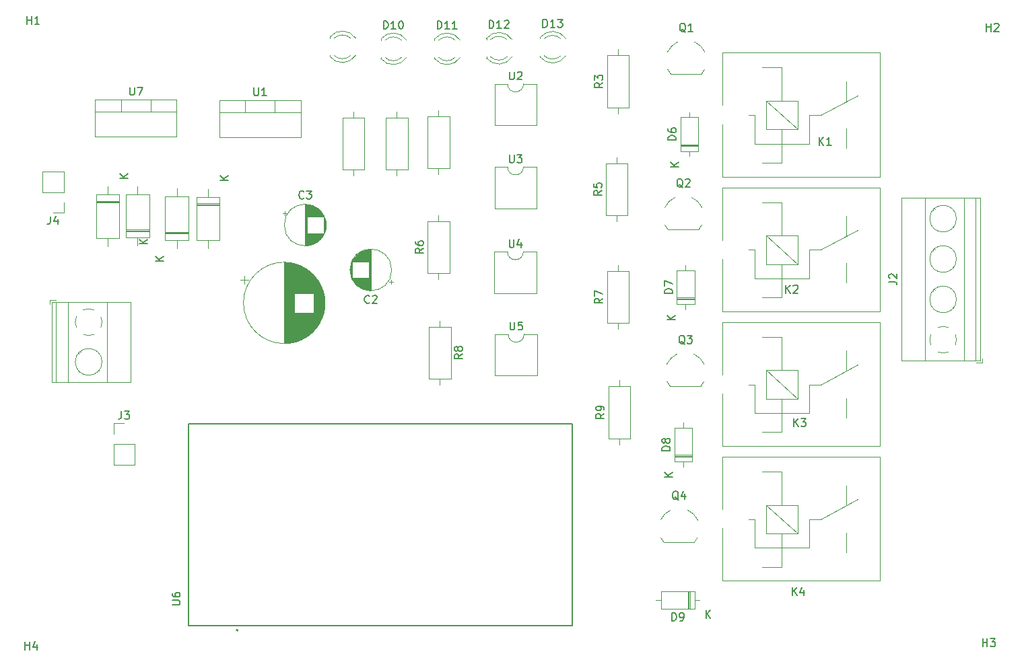
<source format=gbr>
%TF.GenerationSoftware,KiCad,Pcbnew,8.0.7*%
%TF.CreationDate,2025-08-04T19:52:47+05:30*%
%TF.ProjectId,IOT,494f542e-6b69-4636-9164-5f7063625858,rev?*%
%TF.SameCoordinates,Original*%
%TF.FileFunction,Legend,Top*%
%TF.FilePolarity,Positive*%
%FSLAX46Y46*%
G04 Gerber Fmt 4.6, Leading zero omitted, Abs format (unit mm)*
G04 Created by KiCad (PCBNEW 8.0.7) date 2025-08-04 19:52:47*
%MOMM*%
%LPD*%
G01*
G04 APERTURE LIST*
%ADD10C,0.150000*%
%ADD11C,0.120000*%
%ADD12C,0.127000*%
%ADD13C,0.200000*%
G04 APERTURE END LIST*
D10*
X130491666Y-49509819D02*
X130491666Y-50224104D01*
X130491666Y-50224104D02*
X130444047Y-50366961D01*
X130444047Y-50366961D02*
X130348809Y-50462200D01*
X130348809Y-50462200D02*
X130205952Y-50509819D01*
X130205952Y-50509819D02*
X130110714Y-50509819D01*
X131396428Y-49843152D02*
X131396428Y-50509819D01*
X131158333Y-49462200D02*
X130920238Y-50176485D01*
X130920238Y-50176485D02*
X131539285Y-50176485D01*
X140473095Y-33259819D02*
X140473095Y-34069342D01*
X140473095Y-34069342D02*
X140520714Y-34164580D01*
X140520714Y-34164580D02*
X140568333Y-34212200D01*
X140568333Y-34212200D02*
X140663571Y-34259819D01*
X140663571Y-34259819D02*
X140854047Y-34259819D01*
X140854047Y-34259819D02*
X140949285Y-34212200D01*
X140949285Y-34212200D02*
X140996904Y-34164580D01*
X140996904Y-34164580D02*
X141044523Y-34069342D01*
X141044523Y-34069342D02*
X141044523Y-33259819D01*
X141425476Y-33259819D02*
X142092142Y-33259819D01*
X142092142Y-33259819D02*
X141663571Y-34259819D01*
X162358333Y-47209580D02*
X162310714Y-47257200D01*
X162310714Y-47257200D02*
X162167857Y-47304819D01*
X162167857Y-47304819D02*
X162072619Y-47304819D01*
X162072619Y-47304819D02*
X161929762Y-47257200D01*
X161929762Y-47257200D02*
X161834524Y-47161961D01*
X161834524Y-47161961D02*
X161786905Y-47066723D01*
X161786905Y-47066723D02*
X161739286Y-46876247D01*
X161739286Y-46876247D02*
X161739286Y-46733390D01*
X161739286Y-46733390D02*
X161786905Y-46542914D01*
X161786905Y-46542914D02*
X161834524Y-46447676D01*
X161834524Y-46447676D02*
X161929762Y-46352438D01*
X161929762Y-46352438D02*
X162072619Y-46304819D01*
X162072619Y-46304819D02*
X162167857Y-46304819D01*
X162167857Y-46304819D02*
X162310714Y-46352438D01*
X162310714Y-46352438D02*
X162358333Y-46400057D01*
X162691667Y-46304819D02*
X163310714Y-46304819D01*
X163310714Y-46304819D02*
X162977381Y-46685771D01*
X162977381Y-46685771D02*
X163120238Y-46685771D01*
X163120238Y-46685771D02*
X163215476Y-46733390D01*
X163215476Y-46733390D02*
X163263095Y-46781009D01*
X163263095Y-46781009D02*
X163310714Y-46876247D01*
X163310714Y-46876247D02*
X163310714Y-47114342D01*
X163310714Y-47114342D02*
X163263095Y-47209580D01*
X163263095Y-47209580D02*
X163215476Y-47257200D01*
X163215476Y-47257200D02*
X163120238Y-47304819D01*
X163120238Y-47304819D02*
X162834524Y-47304819D01*
X162834524Y-47304819D02*
X162739286Y-47257200D01*
X162739286Y-47257200D02*
X162691667Y-47209580D01*
X200109819Y-74341666D02*
X199633628Y-74674999D01*
X200109819Y-74913094D02*
X199109819Y-74913094D01*
X199109819Y-74913094D02*
X199109819Y-74532142D01*
X199109819Y-74532142D02*
X199157438Y-74436904D01*
X199157438Y-74436904D02*
X199205057Y-74389285D01*
X199205057Y-74389285D02*
X199300295Y-74341666D01*
X199300295Y-74341666D02*
X199443152Y-74341666D01*
X199443152Y-74341666D02*
X199538390Y-74389285D01*
X199538390Y-74389285D02*
X199586009Y-74436904D01*
X199586009Y-74436904D02*
X199633628Y-74532142D01*
X199633628Y-74532142D02*
X199633628Y-74913094D01*
X200109819Y-73865475D02*
X200109819Y-73674999D01*
X200109819Y-73674999D02*
X200062200Y-73579761D01*
X200062200Y-73579761D02*
X200014580Y-73532142D01*
X200014580Y-73532142D02*
X199871723Y-73436904D01*
X199871723Y-73436904D02*
X199681247Y-73389285D01*
X199681247Y-73389285D02*
X199300295Y-73389285D01*
X199300295Y-73389285D02*
X199205057Y-73436904D01*
X199205057Y-73436904D02*
X199157438Y-73484523D01*
X199157438Y-73484523D02*
X199109819Y-73579761D01*
X199109819Y-73579761D02*
X199109819Y-73770237D01*
X199109819Y-73770237D02*
X199157438Y-73865475D01*
X199157438Y-73865475D02*
X199205057Y-73913094D01*
X199205057Y-73913094D02*
X199300295Y-73960713D01*
X199300295Y-73960713D02*
X199538390Y-73960713D01*
X199538390Y-73960713D02*
X199633628Y-73913094D01*
X199633628Y-73913094D02*
X199681247Y-73865475D01*
X199681247Y-73865475D02*
X199728866Y-73770237D01*
X199728866Y-73770237D02*
X199728866Y-73579761D01*
X199728866Y-73579761D02*
X199681247Y-73484523D01*
X199681247Y-73484523D02*
X199633628Y-73436904D01*
X199633628Y-73436904D02*
X199538390Y-73389285D01*
X152854819Y-44981904D02*
X151854819Y-44981904D01*
X152854819Y-44410476D02*
X152283390Y-44839047D01*
X151854819Y-44410476D02*
X152426247Y-44981904D01*
X139416666Y-74024819D02*
X139416666Y-74739104D01*
X139416666Y-74739104D02*
X139369047Y-74881961D01*
X139369047Y-74881961D02*
X139273809Y-74977200D01*
X139273809Y-74977200D02*
X139130952Y-75024819D01*
X139130952Y-75024819D02*
X139035714Y-75024819D01*
X139797619Y-74024819D02*
X140416666Y-74024819D01*
X140416666Y-74024819D02*
X140083333Y-74405771D01*
X140083333Y-74405771D02*
X140226190Y-74405771D01*
X140226190Y-74405771D02*
X140321428Y-74453390D01*
X140321428Y-74453390D02*
X140369047Y-74501009D01*
X140369047Y-74501009D02*
X140416666Y-74596247D01*
X140416666Y-74596247D02*
X140416666Y-74834342D01*
X140416666Y-74834342D02*
X140369047Y-74929580D01*
X140369047Y-74929580D02*
X140321428Y-74977200D01*
X140321428Y-74977200D02*
X140226190Y-75024819D01*
X140226190Y-75024819D02*
X139940476Y-75024819D01*
X139940476Y-75024819D02*
X139845238Y-74977200D01*
X139845238Y-74977200D02*
X139797619Y-74929580D01*
X199934819Y-59841666D02*
X199458628Y-60174999D01*
X199934819Y-60413094D02*
X198934819Y-60413094D01*
X198934819Y-60413094D02*
X198934819Y-60032142D01*
X198934819Y-60032142D02*
X198982438Y-59936904D01*
X198982438Y-59936904D02*
X199030057Y-59889285D01*
X199030057Y-59889285D02*
X199125295Y-59841666D01*
X199125295Y-59841666D02*
X199268152Y-59841666D01*
X199268152Y-59841666D02*
X199363390Y-59889285D01*
X199363390Y-59889285D02*
X199411009Y-59936904D01*
X199411009Y-59936904D02*
X199458628Y-60032142D01*
X199458628Y-60032142D02*
X199458628Y-60413094D01*
X198934819Y-59508332D02*
X198934819Y-58841666D01*
X198934819Y-58841666D02*
X199934819Y-59270237D01*
X208409819Y-78988094D02*
X207409819Y-78988094D01*
X207409819Y-78988094D02*
X207409819Y-78749999D01*
X207409819Y-78749999D02*
X207457438Y-78607142D01*
X207457438Y-78607142D02*
X207552676Y-78511904D01*
X207552676Y-78511904D02*
X207647914Y-78464285D01*
X207647914Y-78464285D02*
X207838390Y-78416666D01*
X207838390Y-78416666D02*
X207981247Y-78416666D01*
X207981247Y-78416666D02*
X208171723Y-78464285D01*
X208171723Y-78464285D02*
X208266961Y-78511904D01*
X208266961Y-78511904D02*
X208362200Y-78607142D01*
X208362200Y-78607142D02*
X208409819Y-78749999D01*
X208409819Y-78749999D02*
X208409819Y-78988094D01*
X207838390Y-77845237D02*
X207790771Y-77940475D01*
X207790771Y-77940475D02*
X207743152Y-77988094D01*
X207743152Y-77988094D02*
X207647914Y-78035713D01*
X207647914Y-78035713D02*
X207600295Y-78035713D01*
X207600295Y-78035713D02*
X207505057Y-77988094D01*
X207505057Y-77988094D02*
X207457438Y-77940475D01*
X207457438Y-77940475D02*
X207409819Y-77845237D01*
X207409819Y-77845237D02*
X207409819Y-77654761D01*
X207409819Y-77654761D02*
X207457438Y-77559523D01*
X207457438Y-77559523D02*
X207505057Y-77511904D01*
X207505057Y-77511904D02*
X207600295Y-77464285D01*
X207600295Y-77464285D02*
X207647914Y-77464285D01*
X207647914Y-77464285D02*
X207743152Y-77511904D01*
X207743152Y-77511904D02*
X207790771Y-77559523D01*
X207790771Y-77559523D02*
X207838390Y-77654761D01*
X207838390Y-77654761D02*
X207838390Y-77845237D01*
X207838390Y-77845237D02*
X207886009Y-77940475D01*
X207886009Y-77940475D02*
X207933628Y-77988094D01*
X207933628Y-77988094D02*
X208028866Y-78035713D01*
X208028866Y-78035713D02*
X208219342Y-78035713D01*
X208219342Y-78035713D02*
X208314580Y-77988094D01*
X208314580Y-77988094D02*
X208362200Y-77940475D01*
X208362200Y-77940475D02*
X208409819Y-77845237D01*
X208409819Y-77845237D02*
X208409819Y-77654761D01*
X208409819Y-77654761D02*
X208362200Y-77559523D01*
X208362200Y-77559523D02*
X208314580Y-77511904D01*
X208314580Y-77511904D02*
X208219342Y-77464285D01*
X208219342Y-77464285D02*
X208028866Y-77464285D01*
X208028866Y-77464285D02*
X207933628Y-77511904D01*
X207933628Y-77511904D02*
X207886009Y-77559523D01*
X207886009Y-77559523D02*
X207838390Y-77654761D01*
X208729819Y-82321904D02*
X207729819Y-82321904D01*
X208729819Y-81750476D02*
X208158390Y-82179047D01*
X207729819Y-81750476D02*
X208301247Y-82321904D01*
X192415714Y-25719819D02*
X192415714Y-24719819D01*
X192415714Y-24719819D02*
X192653809Y-24719819D01*
X192653809Y-24719819D02*
X192796666Y-24767438D01*
X192796666Y-24767438D02*
X192891904Y-24862676D01*
X192891904Y-24862676D02*
X192939523Y-24957914D01*
X192939523Y-24957914D02*
X192987142Y-25148390D01*
X192987142Y-25148390D02*
X192987142Y-25291247D01*
X192987142Y-25291247D02*
X192939523Y-25481723D01*
X192939523Y-25481723D02*
X192891904Y-25576961D01*
X192891904Y-25576961D02*
X192796666Y-25672200D01*
X192796666Y-25672200D02*
X192653809Y-25719819D01*
X192653809Y-25719819D02*
X192415714Y-25719819D01*
X193939523Y-25719819D02*
X193368095Y-25719819D01*
X193653809Y-25719819D02*
X193653809Y-24719819D01*
X193653809Y-24719819D02*
X193558571Y-24862676D01*
X193558571Y-24862676D02*
X193463333Y-24957914D01*
X193463333Y-24957914D02*
X193368095Y-25005533D01*
X194272857Y-24719819D02*
X194891904Y-24719819D01*
X194891904Y-24719819D02*
X194558571Y-25100771D01*
X194558571Y-25100771D02*
X194701428Y-25100771D01*
X194701428Y-25100771D02*
X194796666Y-25148390D01*
X194796666Y-25148390D02*
X194844285Y-25196009D01*
X194844285Y-25196009D02*
X194891904Y-25291247D01*
X194891904Y-25291247D02*
X194891904Y-25529342D01*
X194891904Y-25529342D02*
X194844285Y-25624580D01*
X194844285Y-25624580D02*
X194796666Y-25672200D01*
X194796666Y-25672200D02*
X194701428Y-25719819D01*
X194701428Y-25719819D02*
X194415714Y-25719819D01*
X194415714Y-25719819D02*
X194320476Y-25672200D01*
X194320476Y-25672200D02*
X194272857Y-25624580D01*
X248188095Y-26229819D02*
X248188095Y-25229819D01*
X248188095Y-25706009D02*
X248759523Y-25706009D01*
X248759523Y-26229819D02*
X248759523Y-25229819D01*
X249188095Y-25325057D02*
X249235714Y-25277438D01*
X249235714Y-25277438D02*
X249330952Y-25229819D01*
X249330952Y-25229819D02*
X249569047Y-25229819D01*
X249569047Y-25229819D02*
X249664285Y-25277438D01*
X249664285Y-25277438D02*
X249711904Y-25325057D01*
X249711904Y-25325057D02*
X249759523Y-25420295D01*
X249759523Y-25420295D02*
X249759523Y-25515533D01*
X249759523Y-25515533D02*
X249711904Y-25658390D01*
X249711904Y-25658390D02*
X249140476Y-26229819D01*
X249140476Y-26229819D02*
X249759523Y-26229819D01*
X188198095Y-52424819D02*
X188198095Y-53234342D01*
X188198095Y-53234342D02*
X188245714Y-53329580D01*
X188245714Y-53329580D02*
X188293333Y-53377200D01*
X188293333Y-53377200D02*
X188388571Y-53424819D01*
X188388571Y-53424819D02*
X188579047Y-53424819D01*
X188579047Y-53424819D02*
X188674285Y-53377200D01*
X188674285Y-53377200D02*
X188721904Y-53329580D01*
X188721904Y-53329580D02*
X188769523Y-53234342D01*
X188769523Y-53234342D02*
X188769523Y-52424819D01*
X189674285Y-52758152D02*
X189674285Y-53424819D01*
X189436190Y-52377200D02*
X189198095Y-53091485D01*
X189198095Y-53091485D02*
X189817142Y-53091485D01*
X199934819Y-32691666D02*
X199458628Y-33024999D01*
X199934819Y-33263094D02*
X198934819Y-33263094D01*
X198934819Y-33263094D02*
X198934819Y-32882142D01*
X198934819Y-32882142D02*
X198982438Y-32786904D01*
X198982438Y-32786904D02*
X199030057Y-32739285D01*
X199030057Y-32739285D02*
X199125295Y-32691666D01*
X199125295Y-32691666D02*
X199268152Y-32691666D01*
X199268152Y-32691666D02*
X199363390Y-32739285D01*
X199363390Y-32739285D02*
X199411009Y-32786904D01*
X199411009Y-32786904D02*
X199458628Y-32882142D01*
X199458628Y-32882142D02*
X199458628Y-33263094D01*
X198934819Y-32358332D02*
X198934819Y-31739285D01*
X198934819Y-31739285D02*
X199315771Y-32072618D01*
X199315771Y-32072618D02*
X199315771Y-31929761D01*
X199315771Y-31929761D02*
X199363390Y-31834523D01*
X199363390Y-31834523D02*
X199411009Y-31786904D01*
X199411009Y-31786904D02*
X199506247Y-31739285D01*
X199506247Y-31739285D02*
X199744342Y-31739285D01*
X199744342Y-31739285D02*
X199839580Y-31786904D01*
X199839580Y-31786904D02*
X199887200Y-31834523D01*
X199887200Y-31834523D02*
X199934819Y-31929761D01*
X199934819Y-31929761D02*
X199934819Y-32215475D01*
X199934819Y-32215475D02*
X199887200Y-32310713D01*
X199887200Y-32310713D02*
X199839580Y-32358332D01*
X235944819Y-57753333D02*
X236659104Y-57753333D01*
X236659104Y-57753333D02*
X236801961Y-57800952D01*
X236801961Y-57800952D02*
X236897200Y-57896190D01*
X236897200Y-57896190D02*
X236944819Y-58039047D01*
X236944819Y-58039047D02*
X236944819Y-58134285D01*
X236040057Y-57324761D02*
X235992438Y-57277142D01*
X235992438Y-57277142D02*
X235944819Y-57181904D01*
X235944819Y-57181904D02*
X235944819Y-56943809D01*
X235944819Y-56943809D02*
X235992438Y-56848571D01*
X235992438Y-56848571D02*
X236040057Y-56800952D01*
X236040057Y-56800952D02*
X236135295Y-56753333D01*
X236135295Y-56753333D02*
X236230533Y-56753333D01*
X236230533Y-56753333D02*
X236373390Y-56800952D01*
X236373390Y-56800952D02*
X236944819Y-57372380D01*
X236944819Y-57372380D02*
X236944819Y-56753333D01*
X177384819Y-53541666D02*
X176908628Y-53874999D01*
X177384819Y-54113094D02*
X176384819Y-54113094D01*
X176384819Y-54113094D02*
X176384819Y-53732142D01*
X176384819Y-53732142D02*
X176432438Y-53636904D01*
X176432438Y-53636904D02*
X176480057Y-53589285D01*
X176480057Y-53589285D02*
X176575295Y-53541666D01*
X176575295Y-53541666D02*
X176718152Y-53541666D01*
X176718152Y-53541666D02*
X176813390Y-53589285D01*
X176813390Y-53589285D02*
X176861009Y-53636904D01*
X176861009Y-53636904D02*
X176908628Y-53732142D01*
X176908628Y-53732142D02*
X176908628Y-54113094D01*
X176384819Y-52684523D02*
X176384819Y-52874999D01*
X176384819Y-52874999D02*
X176432438Y-52970237D01*
X176432438Y-52970237D02*
X176480057Y-53017856D01*
X176480057Y-53017856D02*
X176622914Y-53113094D01*
X176622914Y-53113094D02*
X176813390Y-53160713D01*
X176813390Y-53160713D02*
X177194342Y-53160713D01*
X177194342Y-53160713D02*
X177289580Y-53113094D01*
X177289580Y-53113094D02*
X177337200Y-53065475D01*
X177337200Y-53065475D02*
X177384819Y-52970237D01*
X177384819Y-52970237D02*
X177384819Y-52779761D01*
X177384819Y-52779761D02*
X177337200Y-52684523D01*
X177337200Y-52684523D02*
X177289580Y-52636904D01*
X177289580Y-52636904D02*
X177194342Y-52589285D01*
X177194342Y-52589285D02*
X176956247Y-52589285D01*
X176956247Y-52589285D02*
X176861009Y-52636904D01*
X176861009Y-52636904D02*
X176813390Y-52684523D01*
X176813390Y-52684523D02*
X176765771Y-52779761D01*
X176765771Y-52779761D02*
X176765771Y-52970237D01*
X176765771Y-52970237D02*
X176813390Y-53065475D01*
X176813390Y-53065475D02*
X176861009Y-53113094D01*
X176861009Y-53113094D02*
X176956247Y-53160713D01*
X172390714Y-25919819D02*
X172390714Y-24919819D01*
X172390714Y-24919819D02*
X172628809Y-24919819D01*
X172628809Y-24919819D02*
X172771666Y-24967438D01*
X172771666Y-24967438D02*
X172866904Y-25062676D01*
X172866904Y-25062676D02*
X172914523Y-25157914D01*
X172914523Y-25157914D02*
X172962142Y-25348390D01*
X172962142Y-25348390D02*
X172962142Y-25491247D01*
X172962142Y-25491247D02*
X172914523Y-25681723D01*
X172914523Y-25681723D02*
X172866904Y-25776961D01*
X172866904Y-25776961D02*
X172771666Y-25872200D01*
X172771666Y-25872200D02*
X172628809Y-25919819D01*
X172628809Y-25919819D02*
X172390714Y-25919819D01*
X173914523Y-25919819D02*
X173343095Y-25919819D01*
X173628809Y-25919819D02*
X173628809Y-24919819D01*
X173628809Y-24919819D02*
X173533571Y-25062676D01*
X173533571Y-25062676D02*
X173438333Y-25157914D01*
X173438333Y-25157914D02*
X173343095Y-25205533D01*
X174533571Y-24919819D02*
X174628809Y-24919819D01*
X174628809Y-24919819D02*
X174724047Y-24967438D01*
X174724047Y-24967438D02*
X174771666Y-25015057D01*
X174771666Y-25015057D02*
X174819285Y-25110295D01*
X174819285Y-25110295D02*
X174866904Y-25300771D01*
X174866904Y-25300771D02*
X174866904Y-25538866D01*
X174866904Y-25538866D02*
X174819285Y-25729342D01*
X174819285Y-25729342D02*
X174771666Y-25824580D01*
X174771666Y-25824580D02*
X174724047Y-25872200D01*
X174724047Y-25872200D02*
X174628809Y-25919819D01*
X174628809Y-25919819D02*
X174533571Y-25919819D01*
X174533571Y-25919819D02*
X174438333Y-25872200D01*
X174438333Y-25872200D02*
X174390714Y-25824580D01*
X174390714Y-25824580D02*
X174343095Y-25729342D01*
X174343095Y-25729342D02*
X174295476Y-25538866D01*
X174295476Y-25538866D02*
X174295476Y-25300771D01*
X174295476Y-25300771D02*
X174343095Y-25110295D01*
X174343095Y-25110295D02*
X174390714Y-25015057D01*
X174390714Y-25015057D02*
X174438333Y-24967438D01*
X174438333Y-24967438D02*
X174533571Y-24919819D01*
X145789819Y-98416904D02*
X146599342Y-98416904D01*
X146599342Y-98416904D02*
X146694580Y-98369285D01*
X146694580Y-98369285D02*
X146742200Y-98321666D01*
X146742200Y-98321666D02*
X146789819Y-98226428D01*
X146789819Y-98226428D02*
X146789819Y-98035952D01*
X146789819Y-98035952D02*
X146742200Y-97940714D01*
X146742200Y-97940714D02*
X146694580Y-97893095D01*
X146694580Y-97893095D02*
X146599342Y-97845476D01*
X146599342Y-97845476D02*
X145789819Y-97845476D01*
X145789819Y-96940714D02*
X145789819Y-97131190D01*
X145789819Y-97131190D02*
X145837438Y-97226428D01*
X145837438Y-97226428D02*
X145885057Y-97274047D01*
X145885057Y-97274047D02*
X146027914Y-97369285D01*
X146027914Y-97369285D02*
X146218390Y-97416904D01*
X146218390Y-97416904D02*
X146599342Y-97416904D01*
X146599342Y-97416904D02*
X146694580Y-97369285D01*
X146694580Y-97369285D02*
X146742200Y-97321666D01*
X146742200Y-97321666D02*
X146789819Y-97226428D01*
X146789819Y-97226428D02*
X146789819Y-97035952D01*
X146789819Y-97035952D02*
X146742200Y-96940714D01*
X146742200Y-96940714D02*
X146694580Y-96893095D01*
X146694580Y-96893095D02*
X146599342Y-96845476D01*
X146599342Y-96845476D02*
X146361247Y-96845476D01*
X146361247Y-96845476D02*
X146266009Y-96893095D01*
X146266009Y-96893095D02*
X146218390Y-96940714D01*
X146218390Y-96940714D02*
X146170771Y-97035952D01*
X146170771Y-97035952D02*
X146170771Y-97226428D01*
X146170771Y-97226428D02*
X146218390Y-97321666D01*
X146218390Y-97321666D02*
X146266009Y-97369285D01*
X146266009Y-97369285D02*
X146361247Y-97416904D01*
X185665714Y-25844819D02*
X185665714Y-24844819D01*
X185665714Y-24844819D02*
X185903809Y-24844819D01*
X185903809Y-24844819D02*
X186046666Y-24892438D01*
X186046666Y-24892438D02*
X186141904Y-24987676D01*
X186141904Y-24987676D02*
X186189523Y-25082914D01*
X186189523Y-25082914D02*
X186237142Y-25273390D01*
X186237142Y-25273390D02*
X186237142Y-25416247D01*
X186237142Y-25416247D02*
X186189523Y-25606723D01*
X186189523Y-25606723D02*
X186141904Y-25701961D01*
X186141904Y-25701961D02*
X186046666Y-25797200D01*
X186046666Y-25797200D02*
X185903809Y-25844819D01*
X185903809Y-25844819D02*
X185665714Y-25844819D01*
X187189523Y-25844819D02*
X186618095Y-25844819D01*
X186903809Y-25844819D02*
X186903809Y-24844819D01*
X186903809Y-24844819D02*
X186808571Y-24987676D01*
X186808571Y-24987676D02*
X186713333Y-25082914D01*
X186713333Y-25082914D02*
X186618095Y-25130533D01*
X187570476Y-24940057D02*
X187618095Y-24892438D01*
X187618095Y-24892438D02*
X187713333Y-24844819D01*
X187713333Y-24844819D02*
X187951428Y-24844819D01*
X187951428Y-24844819D02*
X188046666Y-24892438D01*
X188046666Y-24892438D02*
X188094285Y-24940057D01*
X188094285Y-24940057D02*
X188141904Y-25035295D01*
X188141904Y-25035295D02*
X188141904Y-25130533D01*
X188141904Y-25130533D02*
X188094285Y-25273390D01*
X188094285Y-25273390D02*
X187522857Y-25844819D01*
X187522857Y-25844819D02*
X188141904Y-25844819D01*
X156088095Y-33329819D02*
X156088095Y-34139342D01*
X156088095Y-34139342D02*
X156135714Y-34234580D01*
X156135714Y-34234580D02*
X156183333Y-34282200D01*
X156183333Y-34282200D02*
X156278571Y-34329819D01*
X156278571Y-34329819D02*
X156469047Y-34329819D01*
X156469047Y-34329819D02*
X156564285Y-34282200D01*
X156564285Y-34282200D02*
X156611904Y-34234580D01*
X156611904Y-34234580D02*
X156659523Y-34139342D01*
X156659523Y-34139342D02*
X156659523Y-33329819D01*
X157659523Y-34329819D02*
X157088095Y-34329819D01*
X157373809Y-34329819D02*
X157373809Y-33329819D01*
X157373809Y-33329819D02*
X157278571Y-33472676D01*
X157278571Y-33472676D02*
X157183333Y-33567914D01*
X157183333Y-33567914D02*
X157088095Y-33615533D01*
X223961905Y-75954819D02*
X223961905Y-74954819D01*
X224533333Y-75954819D02*
X224104762Y-75383390D01*
X224533333Y-74954819D02*
X223961905Y-75526247D01*
X224866667Y-74954819D02*
X225485714Y-74954819D01*
X225485714Y-74954819D02*
X225152381Y-75335771D01*
X225152381Y-75335771D02*
X225295238Y-75335771D01*
X225295238Y-75335771D02*
X225390476Y-75383390D01*
X225390476Y-75383390D02*
X225438095Y-75431009D01*
X225438095Y-75431009D02*
X225485714Y-75526247D01*
X225485714Y-75526247D02*
X225485714Y-75764342D01*
X225485714Y-75764342D02*
X225438095Y-75859580D01*
X225438095Y-75859580D02*
X225390476Y-75907200D01*
X225390476Y-75907200D02*
X225295238Y-75954819D01*
X225295238Y-75954819D02*
X225009524Y-75954819D01*
X225009524Y-75954819D02*
X224914286Y-75907200D01*
X224914286Y-75907200D02*
X224866667Y-75859580D01*
X210364761Y-26315057D02*
X210269523Y-26267438D01*
X210269523Y-26267438D02*
X210174285Y-26172200D01*
X210174285Y-26172200D02*
X210031428Y-26029342D01*
X210031428Y-26029342D02*
X209936190Y-25981723D01*
X209936190Y-25981723D02*
X209840952Y-25981723D01*
X209888571Y-26219819D02*
X209793333Y-26172200D01*
X209793333Y-26172200D02*
X209698095Y-26076961D01*
X209698095Y-26076961D02*
X209650476Y-25886485D01*
X209650476Y-25886485D02*
X209650476Y-25553152D01*
X209650476Y-25553152D02*
X209698095Y-25362676D01*
X209698095Y-25362676D02*
X209793333Y-25267438D01*
X209793333Y-25267438D02*
X209888571Y-25219819D01*
X209888571Y-25219819D02*
X210079047Y-25219819D01*
X210079047Y-25219819D02*
X210174285Y-25267438D01*
X210174285Y-25267438D02*
X210269523Y-25362676D01*
X210269523Y-25362676D02*
X210317142Y-25553152D01*
X210317142Y-25553152D02*
X210317142Y-25886485D01*
X210317142Y-25886485D02*
X210269523Y-26076961D01*
X210269523Y-26076961D02*
X210174285Y-26172200D01*
X210174285Y-26172200D02*
X210079047Y-26219819D01*
X210079047Y-26219819D02*
X209888571Y-26219819D01*
X211269523Y-26219819D02*
X210698095Y-26219819D01*
X210983809Y-26219819D02*
X210983809Y-25219819D01*
X210983809Y-25219819D02*
X210888571Y-25362676D01*
X210888571Y-25362676D02*
X210793333Y-25457914D01*
X210793333Y-25457914D02*
X210698095Y-25505533D01*
X182299819Y-66846666D02*
X181823628Y-67179999D01*
X182299819Y-67418094D02*
X181299819Y-67418094D01*
X181299819Y-67418094D02*
X181299819Y-67037142D01*
X181299819Y-67037142D02*
X181347438Y-66941904D01*
X181347438Y-66941904D02*
X181395057Y-66894285D01*
X181395057Y-66894285D02*
X181490295Y-66846666D01*
X181490295Y-66846666D02*
X181633152Y-66846666D01*
X181633152Y-66846666D02*
X181728390Y-66894285D01*
X181728390Y-66894285D02*
X181776009Y-66941904D01*
X181776009Y-66941904D02*
X181823628Y-67037142D01*
X181823628Y-67037142D02*
X181823628Y-67418094D01*
X181728390Y-66275237D02*
X181680771Y-66370475D01*
X181680771Y-66370475D02*
X181633152Y-66418094D01*
X181633152Y-66418094D02*
X181537914Y-66465713D01*
X181537914Y-66465713D02*
X181490295Y-66465713D01*
X181490295Y-66465713D02*
X181395057Y-66418094D01*
X181395057Y-66418094D02*
X181347438Y-66370475D01*
X181347438Y-66370475D02*
X181299819Y-66275237D01*
X181299819Y-66275237D02*
X181299819Y-66084761D01*
X181299819Y-66084761D02*
X181347438Y-65989523D01*
X181347438Y-65989523D02*
X181395057Y-65941904D01*
X181395057Y-65941904D02*
X181490295Y-65894285D01*
X181490295Y-65894285D02*
X181537914Y-65894285D01*
X181537914Y-65894285D02*
X181633152Y-65941904D01*
X181633152Y-65941904D02*
X181680771Y-65989523D01*
X181680771Y-65989523D02*
X181728390Y-66084761D01*
X181728390Y-66084761D02*
X181728390Y-66275237D01*
X181728390Y-66275237D02*
X181776009Y-66370475D01*
X181776009Y-66370475D02*
X181823628Y-66418094D01*
X181823628Y-66418094D02*
X181918866Y-66465713D01*
X181918866Y-66465713D02*
X182109342Y-66465713D01*
X182109342Y-66465713D02*
X182204580Y-66418094D01*
X182204580Y-66418094D02*
X182252200Y-66370475D01*
X182252200Y-66370475D02*
X182299819Y-66275237D01*
X182299819Y-66275237D02*
X182299819Y-66084761D01*
X182299819Y-66084761D02*
X182252200Y-65989523D01*
X182252200Y-65989523D02*
X182204580Y-65941904D01*
X182204580Y-65941904D02*
X182109342Y-65894285D01*
X182109342Y-65894285D02*
X181918866Y-65894285D01*
X181918866Y-65894285D02*
X181823628Y-65941904D01*
X181823628Y-65941904D02*
X181776009Y-65989523D01*
X181776009Y-65989523D02*
X181728390Y-66084761D01*
X170608333Y-60359580D02*
X170560714Y-60407200D01*
X170560714Y-60407200D02*
X170417857Y-60454819D01*
X170417857Y-60454819D02*
X170322619Y-60454819D01*
X170322619Y-60454819D02*
X170179762Y-60407200D01*
X170179762Y-60407200D02*
X170084524Y-60311961D01*
X170084524Y-60311961D02*
X170036905Y-60216723D01*
X170036905Y-60216723D02*
X169989286Y-60026247D01*
X169989286Y-60026247D02*
X169989286Y-59883390D01*
X169989286Y-59883390D02*
X170036905Y-59692914D01*
X170036905Y-59692914D02*
X170084524Y-59597676D01*
X170084524Y-59597676D02*
X170179762Y-59502438D01*
X170179762Y-59502438D02*
X170322619Y-59454819D01*
X170322619Y-59454819D02*
X170417857Y-59454819D01*
X170417857Y-59454819D02*
X170560714Y-59502438D01*
X170560714Y-59502438D02*
X170608333Y-59550057D01*
X170989286Y-59550057D02*
X171036905Y-59502438D01*
X171036905Y-59502438D02*
X171132143Y-59454819D01*
X171132143Y-59454819D02*
X171370238Y-59454819D01*
X171370238Y-59454819D02*
X171465476Y-59502438D01*
X171465476Y-59502438D02*
X171513095Y-59550057D01*
X171513095Y-59550057D02*
X171560714Y-59645295D01*
X171560714Y-59645295D02*
X171560714Y-59740533D01*
X171560714Y-59740533D02*
X171513095Y-59883390D01*
X171513095Y-59883390D02*
X170941667Y-60454819D01*
X170941667Y-60454819D02*
X171560714Y-60454819D01*
X142654819Y-52961904D02*
X141654819Y-52961904D01*
X142654819Y-52390476D02*
X142083390Y-52819047D01*
X141654819Y-52390476D02*
X142226247Y-52961904D01*
X127288095Y-104029819D02*
X127288095Y-103029819D01*
X127288095Y-103506009D02*
X127859523Y-103506009D01*
X127859523Y-104029819D02*
X127859523Y-103029819D01*
X128764285Y-103363152D02*
X128764285Y-104029819D01*
X128526190Y-102982200D02*
X128288095Y-103696485D01*
X128288095Y-103696485D02*
X128907142Y-103696485D01*
X127513095Y-25304819D02*
X127513095Y-24304819D01*
X127513095Y-24781009D02*
X128084523Y-24781009D01*
X128084523Y-25304819D02*
X128084523Y-24304819D01*
X129084523Y-25304819D02*
X128513095Y-25304819D01*
X128798809Y-25304819D02*
X128798809Y-24304819D01*
X128798809Y-24304819D02*
X128703571Y-24447676D01*
X128703571Y-24447676D02*
X128608333Y-24542914D01*
X128608333Y-24542914D02*
X128513095Y-24590533D01*
X140254819Y-44681904D02*
X139254819Y-44681904D01*
X140254819Y-44110476D02*
X139683390Y-44539047D01*
X139254819Y-44110476D02*
X139826247Y-44681904D01*
X188223095Y-31299819D02*
X188223095Y-32109342D01*
X188223095Y-32109342D02*
X188270714Y-32204580D01*
X188270714Y-32204580D02*
X188318333Y-32252200D01*
X188318333Y-32252200D02*
X188413571Y-32299819D01*
X188413571Y-32299819D02*
X188604047Y-32299819D01*
X188604047Y-32299819D02*
X188699285Y-32252200D01*
X188699285Y-32252200D02*
X188746904Y-32204580D01*
X188746904Y-32204580D02*
X188794523Y-32109342D01*
X188794523Y-32109342D02*
X188794523Y-31299819D01*
X189223095Y-31395057D02*
X189270714Y-31347438D01*
X189270714Y-31347438D02*
X189365952Y-31299819D01*
X189365952Y-31299819D02*
X189604047Y-31299819D01*
X189604047Y-31299819D02*
X189699285Y-31347438D01*
X189699285Y-31347438D02*
X189746904Y-31395057D01*
X189746904Y-31395057D02*
X189794523Y-31490295D01*
X189794523Y-31490295D02*
X189794523Y-31585533D01*
X189794523Y-31585533D02*
X189746904Y-31728390D01*
X189746904Y-31728390D02*
X189175476Y-32299819D01*
X189175476Y-32299819D02*
X189794523Y-32299819D01*
X222961905Y-59154819D02*
X222961905Y-58154819D01*
X223533333Y-59154819D02*
X223104762Y-58583390D01*
X223533333Y-58154819D02*
X222961905Y-58726247D01*
X223914286Y-58250057D02*
X223961905Y-58202438D01*
X223961905Y-58202438D02*
X224057143Y-58154819D01*
X224057143Y-58154819D02*
X224295238Y-58154819D01*
X224295238Y-58154819D02*
X224390476Y-58202438D01*
X224390476Y-58202438D02*
X224438095Y-58250057D01*
X224438095Y-58250057D02*
X224485714Y-58345295D01*
X224485714Y-58345295D02*
X224485714Y-58440533D01*
X224485714Y-58440533D02*
X224438095Y-58583390D01*
X224438095Y-58583390D02*
X223866667Y-59154819D01*
X223866667Y-59154819D02*
X224485714Y-59154819D01*
X208709819Y-59188094D02*
X207709819Y-59188094D01*
X207709819Y-59188094D02*
X207709819Y-58949999D01*
X207709819Y-58949999D02*
X207757438Y-58807142D01*
X207757438Y-58807142D02*
X207852676Y-58711904D01*
X207852676Y-58711904D02*
X207947914Y-58664285D01*
X207947914Y-58664285D02*
X208138390Y-58616666D01*
X208138390Y-58616666D02*
X208281247Y-58616666D01*
X208281247Y-58616666D02*
X208471723Y-58664285D01*
X208471723Y-58664285D02*
X208566961Y-58711904D01*
X208566961Y-58711904D02*
X208662200Y-58807142D01*
X208662200Y-58807142D02*
X208709819Y-58949999D01*
X208709819Y-58949999D02*
X208709819Y-59188094D01*
X207709819Y-58283332D02*
X207709819Y-57616666D01*
X207709819Y-57616666D02*
X208709819Y-58045237D01*
X209029819Y-62521904D02*
X208029819Y-62521904D01*
X209029819Y-61950476D02*
X208458390Y-62379047D01*
X208029819Y-61950476D02*
X208601247Y-62521904D01*
X144729819Y-55091904D02*
X143729819Y-55091904D01*
X144729819Y-54520476D02*
X144158390Y-54949047D01*
X143729819Y-54520476D02*
X144301247Y-55091904D01*
X227161905Y-40554819D02*
X227161905Y-39554819D01*
X227733333Y-40554819D02*
X227304762Y-39983390D01*
X227733333Y-39554819D02*
X227161905Y-40126247D01*
X228685714Y-40554819D02*
X228114286Y-40554819D01*
X228400000Y-40554819D02*
X228400000Y-39554819D01*
X228400000Y-39554819D02*
X228304762Y-39697676D01*
X228304762Y-39697676D02*
X228209524Y-39792914D01*
X228209524Y-39792914D02*
X228114286Y-39840533D01*
X209479761Y-85225057D02*
X209384523Y-85177438D01*
X209384523Y-85177438D02*
X209289285Y-85082200D01*
X209289285Y-85082200D02*
X209146428Y-84939342D01*
X209146428Y-84939342D02*
X209051190Y-84891723D01*
X209051190Y-84891723D02*
X208955952Y-84891723D01*
X209003571Y-85129819D02*
X208908333Y-85082200D01*
X208908333Y-85082200D02*
X208813095Y-84986961D01*
X208813095Y-84986961D02*
X208765476Y-84796485D01*
X208765476Y-84796485D02*
X208765476Y-84463152D01*
X208765476Y-84463152D02*
X208813095Y-84272676D01*
X208813095Y-84272676D02*
X208908333Y-84177438D01*
X208908333Y-84177438D02*
X209003571Y-84129819D01*
X209003571Y-84129819D02*
X209194047Y-84129819D01*
X209194047Y-84129819D02*
X209289285Y-84177438D01*
X209289285Y-84177438D02*
X209384523Y-84272676D01*
X209384523Y-84272676D02*
X209432142Y-84463152D01*
X209432142Y-84463152D02*
X209432142Y-84796485D01*
X209432142Y-84796485D02*
X209384523Y-84986961D01*
X209384523Y-84986961D02*
X209289285Y-85082200D01*
X209289285Y-85082200D02*
X209194047Y-85129819D01*
X209194047Y-85129819D02*
X209003571Y-85129819D01*
X210289285Y-84463152D02*
X210289285Y-85129819D01*
X210051190Y-84082200D02*
X209813095Y-84796485D01*
X209813095Y-84796485D02*
X210432142Y-84796485D01*
X247738095Y-103654819D02*
X247738095Y-102654819D01*
X247738095Y-103131009D02*
X248309523Y-103131009D01*
X248309523Y-103654819D02*
X248309523Y-102654819D01*
X248690476Y-102654819D02*
X249309523Y-102654819D01*
X249309523Y-102654819D02*
X248976190Y-103035771D01*
X248976190Y-103035771D02*
X249119047Y-103035771D01*
X249119047Y-103035771D02*
X249214285Y-103083390D01*
X249214285Y-103083390D02*
X249261904Y-103131009D01*
X249261904Y-103131009D02*
X249309523Y-103226247D01*
X249309523Y-103226247D02*
X249309523Y-103464342D01*
X249309523Y-103464342D02*
X249261904Y-103559580D01*
X249261904Y-103559580D02*
X249214285Y-103607200D01*
X249214285Y-103607200D02*
X249119047Y-103654819D01*
X249119047Y-103654819D02*
X248833333Y-103654819D01*
X248833333Y-103654819D02*
X248738095Y-103607200D01*
X248738095Y-103607200D02*
X248690476Y-103559580D01*
X179140714Y-25919819D02*
X179140714Y-24919819D01*
X179140714Y-24919819D02*
X179378809Y-24919819D01*
X179378809Y-24919819D02*
X179521666Y-24967438D01*
X179521666Y-24967438D02*
X179616904Y-25062676D01*
X179616904Y-25062676D02*
X179664523Y-25157914D01*
X179664523Y-25157914D02*
X179712142Y-25348390D01*
X179712142Y-25348390D02*
X179712142Y-25491247D01*
X179712142Y-25491247D02*
X179664523Y-25681723D01*
X179664523Y-25681723D02*
X179616904Y-25776961D01*
X179616904Y-25776961D02*
X179521666Y-25872200D01*
X179521666Y-25872200D02*
X179378809Y-25919819D01*
X179378809Y-25919819D02*
X179140714Y-25919819D01*
X180664523Y-25919819D02*
X180093095Y-25919819D01*
X180378809Y-25919819D02*
X180378809Y-24919819D01*
X180378809Y-24919819D02*
X180283571Y-25062676D01*
X180283571Y-25062676D02*
X180188333Y-25157914D01*
X180188333Y-25157914D02*
X180093095Y-25205533D01*
X181616904Y-25919819D02*
X181045476Y-25919819D01*
X181331190Y-25919819D02*
X181331190Y-24919819D01*
X181331190Y-24919819D02*
X181235952Y-25062676D01*
X181235952Y-25062676D02*
X181140714Y-25157914D01*
X181140714Y-25157914D02*
X181045476Y-25205533D01*
X209159819Y-39913094D02*
X208159819Y-39913094D01*
X208159819Y-39913094D02*
X208159819Y-39674999D01*
X208159819Y-39674999D02*
X208207438Y-39532142D01*
X208207438Y-39532142D02*
X208302676Y-39436904D01*
X208302676Y-39436904D02*
X208397914Y-39389285D01*
X208397914Y-39389285D02*
X208588390Y-39341666D01*
X208588390Y-39341666D02*
X208731247Y-39341666D01*
X208731247Y-39341666D02*
X208921723Y-39389285D01*
X208921723Y-39389285D02*
X209016961Y-39436904D01*
X209016961Y-39436904D02*
X209112200Y-39532142D01*
X209112200Y-39532142D02*
X209159819Y-39674999D01*
X209159819Y-39674999D02*
X209159819Y-39913094D01*
X208159819Y-38484523D02*
X208159819Y-38674999D01*
X208159819Y-38674999D02*
X208207438Y-38770237D01*
X208207438Y-38770237D02*
X208255057Y-38817856D01*
X208255057Y-38817856D02*
X208397914Y-38913094D01*
X208397914Y-38913094D02*
X208588390Y-38960713D01*
X208588390Y-38960713D02*
X208969342Y-38960713D01*
X208969342Y-38960713D02*
X209064580Y-38913094D01*
X209064580Y-38913094D02*
X209112200Y-38865475D01*
X209112200Y-38865475D02*
X209159819Y-38770237D01*
X209159819Y-38770237D02*
X209159819Y-38579761D01*
X209159819Y-38579761D02*
X209112200Y-38484523D01*
X209112200Y-38484523D02*
X209064580Y-38436904D01*
X209064580Y-38436904D02*
X208969342Y-38389285D01*
X208969342Y-38389285D02*
X208731247Y-38389285D01*
X208731247Y-38389285D02*
X208636009Y-38436904D01*
X208636009Y-38436904D02*
X208588390Y-38484523D01*
X208588390Y-38484523D02*
X208540771Y-38579761D01*
X208540771Y-38579761D02*
X208540771Y-38770237D01*
X208540771Y-38770237D02*
X208588390Y-38865475D01*
X208588390Y-38865475D02*
X208636009Y-38913094D01*
X208636009Y-38913094D02*
X208731247Y-38960713D01*
X209479819Y-43246904D02*
X208479819Y-43246904D01*
X209479819Y-42675476D02*
X208908390Y-43104047D01*
X208479819Y-42675476D02*
X209051247Y-43246904D01*
X188223095Y-41749819D02*
X188223095Y-42559342D01*
X188223095Y-42559342D02*
X188270714Y-42654580D01*
X188270714Y-42654580D02*
X188318333Y-42702200D01*
X188318333Y-42702200D02*
X188413571Y-42749819D01*
X188413571Y-42749819D02*
X188604047Y-42749819D01*
X188604047Y-42749819D02*
X188699285Y-42702200D01*
X188699285Y-42702200D02*
X188746904Y-42654580D01*
X188746904Y-42654580D02*
X188794523Y-42559342D01*
X188794523Y-42559342D02*
X188794523Y-41749819D01*
X189175476Y-41749819D02*
X189794523Y-41749819D01*
X189794523Y-41749819D02*
X189461190Y-42130771D01*
X189461190Y-42130771D02*
X189604047Y-42130771D01*
X189604047Y-42130771D02*
X189699285Y-42178390D01*
X189699285Y-42178390D02*
X189746904Y-42226009D01*
X189746904Y-42226009D02*
X189794523Y-42321247D01*
X189794523Y-42321247D02*
X189794523Y-42559342D01*
X189794523Y-42559342D02*
X189746904Y-42654580D01*
X189746904Y-42654580D02*
X189699285Y-42702200D01*
X189699285Y-42702200D02*
X189604047Y-42749819D01*
X189604047Y-42749819D02*
X189318333Y-42749819D01*
X189318333Y-42749819D02*
X189223095Y-42702200D01*
X189223095Y-42702200D02*
X189175476Y-42654580D01*
X223786905Y-97229819D02*
X223786905Y-96229819D01*
X224358333Y-97229819D02*
X223929762Y-96658390D01*
X224358333Y-96229819D02*
X223786905Y-96801247D01*
X225215476Y-96563152D02*
X225215476Y-97229819D01*
X224977381Y-96182200D02*
X224739286Y-96896485D01*
X224739286Y-96896485D02*
X225358333Y-96896485D01*
X199809819Y-46266666D02*
X199333628Y-46599999D01*
X199809819Y-46838094D02*
X198809819Y-46838094D01*
X198809819Y-46838094D02*
X198809819Y-46457142D01*
X198809819Y-46457142D02*
X198857438Y-46361904D01*
X198857438Y-46361904D02*
X198905057Y-46314285D01*
X198905057Y-46314285D02*
X199000295Y-46266666D01*
X199000295Y-46266666D02*
X199143152Y-46266666D01*
X199143152Y-46266666D02*
X199238390Y-46314285D01*
X199238390Y-46314285D02*
X199286009Y-46361904D01*
X199286009Y-46361904D02*
X199333628Y-46457142D01*
X199333628Y-46457142D02*
X199333628Y-46838094D01*
X198809819Y-45361904D02*
X198809819Y-45838094D01*
X198809819Y-45838094D02*
X199286009Y-45885713D01*
X199286009Y-45885713D02*
X199238390Y-45838094D01*
X199238390Y-45838094D02*
X199190771Y-45742856D01*
X199190771Y-45742856D02*
X199190771Y-45504761D01*
X199190771Y-45504761D02*
X199238390Y-45409523D01*
X199238390Y-45409523D02*
X199286009Y-45361904D01*
X199286009Y-45361904D02*
X199381247Y-45314285D01*
X199381247Y-45314285D02*
X199619342Y-45314285D01*
X199619342Y-45314285D02*
X199714580Y-45361904D01*
X199714580Y-45361904D02*
X199762200Y-45409523D01*
X199762200Y-45409523D02*
X199809819Y-45504761D01*
X199809819Y-45504761D02*
X199809819Y-45742856D01*
X199809819Y-45742856D02*
X199762200Y-45838094D01*
X199762200Y-45838094D02*
X199714580Y-45885713D01*
X210014761Y-45890057D02*
X209919523Y-45842438D01*
X209919523Y-45842438D02*
X209824285Y-45747200D01*
X209824285Y-45747200D02*
X209681428Y-45604342D01*
X209681428Y-45604342D02*
X209586190Y-45556723D01*
X209586190Y-45556723D02*
X209490952Y-45556723D01*
X209538571Y-45794819D02*
X209443333Y-45747200D01*
X209443333Y-45747200D02*
X209348095Y-45651961D01*
X209348095Y-45651961D02*
X209300476Y-45461485D01*
X209300476Y-45461485D02*
X209300476Y-45128152D01*
X209300476Y-45128152D02*
X209348095Y-44937676D01*
X209348095Y-44937676D02*
X209443333Y-44842438D01*
X209443333Y-44842438D02*
X209538571Y-44794819D01*
X209538571Y-44794819D02*
X209729047Y-44794819D01*
X209729047Y-44794819D02*
X209824285Y-44842438D01*
X209824285Y-44842438D02*
X209919523Y-44937676D01*
X209919523Y-44937676D02*
X209967142Y-45128152D01*
X209967142Y-45128152D02*
X209967142Y-45461485D01*
X209967142Y-45461485D02*
X209919523Y-45651961D01*
X209919523Y-45651961D02*
X209824285Y-45747200D01*
X209824285Y-45747200D02*
X209729047Y-45794819D01*
X209729047Y-45794819D02*
X209538571Y-45794819D01*
X210348095Y-44890057D02*
X210395714Y-44842438D01*
X210395714Y-44842438D02*
X210490952Y-44794819D01*
X210490952Y-44794819D02*
X210729047Y-44794819D01*
X210729047Y-44794819D02*
X210824285Y-44842438D01*
X210824285Y-44842438D02*
X210871904Y-44890057D01*
X210871904Y-44890057D02*
X210919523Y-44985295D01*
X210919523Y-44985295D02*
X210919523Y-45080533D01*
X210919523Y-45080533D02*
X210871904Y-45223390D01*
X210871904Y-45223390D02*
X210300476Y-45794819D01*
X210300476Y-45794819D02*
X210919523Y-45794819D01*
X188298095Y-62799819D02*
X188298095Y-63609342D01*
X188298095Y-63609342D02*
X188345714Y-63704580D01*
X188345714Y-63704580D02*
X188393333Y-63752200D01*
X188393333Y-63752200D02*
X188488571Y-63799819D01*
X188488571Y-63799819D02*
X188679047Y-63799819D01*
X188679047Y-63799819D02*
X188774285Y-63752200D01*
X188774285Y-63752200D02*
X188821904Y-63704580D01*
X188821904Y-63704580D02*
X188869523Y-63609342D01*
X188869523Y-63609342D02*
X188869523Y-62799819D01*
X189821904Y-62799819D02*
X189345714Y-62799819D01*
X189345714Y-62799819D02*
X189298095Y-63276009D01*
X189298095Y-63276009D02*
X189345714Y-63228390D01*
X189345714Y-63228390D02*
X189440952Y-63180771D01*
X189440952Y-63180771D02*
X189679047Y-63180771D01*
X189679047Y-63180771D02*
X189774285Y-63228390D01*
X189774285Y-63228390D02*
X189821904Y-63276009D01*
X189821904Y-63276009D02*
X189869523Y-63371247D01*
X189869523Y-63371247D02*
X189869523Y-63609342D01*
X189869523Y-63609342D02*
X189821904Y-63704580D01*
X189821904Y-63704580D02*
X189774285Y-63752200D01*
X189774285Y-63752200D02*
X189679047Y-63799819D01*
X189679047Y-63799819D02*
X189440952Y-63799819D01*
X189440952Y-63799819D02*
X189345714Y-63752200D01*
X189345714Y-63752200D02*
X189298095Y-63704580D01*
X210279761Y-65600057D02*
X210184523Y-65552438D01*
X210184523Y-65552438D02*
X210089285Y-65457200D01*
X210089285Y-65457200D02*
X209946428Y-65314342D01*
X209946428Y-65314342D02*
X209851190Y-65266723D01*
X209851190Y-65266723D02*
X209755952Y-65266723D01*
X209803571Y-65504819D02*
X209708333Y-65457200D01*
X209708333Y-65457200D02*
X209613095Y-65361961D01*
X209613095Y-65361961D02*
X209565476Y-65171485D01*
X209565476Y-65171485D02*
X209565476Y-64838152D01*
X209565476Y-64838152D02*
X209613095Y-64647676D01*
X209613095Y-64647676D02*
X209708333Y-64552438D01*
X209708333Y-64552438D02*
X209803571Y-64504819D01*
X209803571Y-64504819D02*
X209994047Y-64504819D01*
X209994047Y-64504819D02*
X210089285Y-64552438D01*
X210089285Y-64552438D02*
X210184523Y-64647676D01*
X210184523Y-64647676D02*
X210232142Y-64838152D01*
X210232142Y-64838152D02*
X210232142Y-65171485D01*
X210232142Y-65171485D02*
X210184523Y-65361961D01*
X210184523Y-65361961D02*
X210089285Y-65457200D01*
X210089285Y-65457200D02*
X209994047Y-65504819D01*
X209994047Y-65504819D02*
X209803571Y-65504819D01*
X210565476Y-64504819D02*
X211184523Y-64504819D01*
X211184523Y-64504819D02*
X210851190Y-64885771D01*
X210851190Y-64885771D02*
X210994047Y-64885771D01*
X210994047Y-64885771D02*
X211089285Y-64933390D01*
X211089285Y-64933390D02*
X211136904Y-64981009D01*
X211136904Y-64981009D02*
X211184523Y-65076247D01*
X211184523Y-65076247D02*
X211184523Y-65314342D01*
X211184523Y-65314342D02*
X211136904Y-65409580D01*
X211136904Y-65409580D02*
X211089285Y-65457200D01*
X211089285Y-65457200D02*
X210994047Y-65504819D01*
X210994047Y-65504819D02*
X210708333Y-65504819D01*
X210708333Y-65504819D02*
X210613095Y-65457200D01*
X210613095Y-65457200D02*
X210565476Y-65409580D01*
X208636905Y-100399819D02*
X208636905Y-99399819D01*
X208636905Y-99399819D02*
X208875000Y-99399819D01*
X208875000Y-99399819D02*
X209017857Y-99447438D01*
X209017857Y-99447438D02*
X209113095Y-99542676D01*
X209113095Y-99542676D02*
X209160714Y-99637914D01*
X209160714Y-99637914D02*
X209208333Y-99828390D01*
X209208333Y-99828390D02*
X209208333Y-99971247D01*
X209208333Y-99971247D02*
X209160714Y-100161723D01*
X209160714Y-100161723D02*
X209113095Y-100256961D01*
X209113095Y-100256961D02*
X209017857Y-100352200D01*
X209017857Y-100352200D02*
X208875000Y-100399819D01*
X208875000Y-100399819D02*
X208636905Y-100399819D01*
X209684524Y-100399819D02*
X209875000Y-100399819D01*
X209875000Y-100399819D02*
X209970238Y-100352200D01*
X209970238Y-100352200D02*
X210017857Y-100304580D01*
X210017857Y-100304580D02*
X210113095Y-100161723D01*
X210113095Y-100161723D02*
X210160714Y-99971247D01*
X210160714Y-99971247D02*
X210160714Y-99590295D01*
X210160714Y-99590295D02*
X210113095Y-99495057D01*
X210113095Y-99495057D02*
X210065476Y-99447438D01*
X210065476Y-99447438D02*
X209970238Y-99399819D01*
X209970238Y-99399819D02*
X209779762Y-99399819D01*
X209779762Y-99399819D02*
X209684524Y-99447438D01*
X209684524Y-99447438D02*
X209636905Y-99495057D01*
X209636905Y-99495057D02*
X209589286Y-99590295D01*
X209589286Y-99590295D02*
X209589286Y-99828390D01*
X209589286Y-99828390D02*
X209636905Y-99923628D01*
X209636905Y-99923628D02*
X209684524Y-99971247D01*
X209684524Y-99971247D02*
X209779762Y-100018866D01*
X209779762Y-100018866D02*
X209970238Y-100018866D01*
X209970238Y-100018866D02*
X210065476Y-99971247D01*
X210065476Y-99971247D02*
X210113095Y-99923628D01*
X210113095Y-99923628D02*
X210160714Y-99828390D01*
X212923095Y-100079819D02*
X212923095Y-99079819D01*
X213494523Y-100079819D02*
X213065952Y-99508390D01*
X213494523Y-99079819D02*
X212923095Y-99651247D01*
D11*
%TO.C,J4*%
X132155000Y-49055000D02*
X130825000Y-49055000D01*
X132155000Y-47725000D02*
X132155000Y-49055000D01*
X132155000Y-46455000D02*
X132155000Y-43855000D01*
X132155000Y-46455000D02*
X129495000Y-46455000D01*
X132155000Y-43855000D02*
X129495000Y-43855000D01*
X129495000Y-46455000D02*
X129495000Y-43855000D01*
%TO.C,U7*%
X146355000Y-34805000D02*
X146355000Y-39446000D01*
X143086000Y-34805000D02*
X143086000Y-36315000D01*
X139385000Y-34805000D02*
X139385000Y-36315000D01*
X136115000Y-39446000D02*
X146355000Y-39446000D01*
X136115000Y-36315000D02*
X146355000Y-36315000D01*
X136115000Y-34805000D02*
X146355000Y-34805000D01*
X136115000Y-34805000D02*
X136115000Y-39446000D01*
%TO.C,C3*%
X159720225Y-49125000D02*
X160220225Y-49125000D01*
X159970225Y-48875000D02*
X159970225Y-49375000D01*
X162525000Y-48020000D02*
X162525000Y-53180000D01*
X162565000Y-48020000D02*
X162565000Y-53180000D01*
X162605000Y-48021000D02*
X162605000Y-53179000D01*
X162645000Y-48022000D02*
X162645000Y-53178000D01*
X162685000Y-48024000D02*
X162685000Y-53176000D01*
X162725000Y-48027000D02*
X162725000Y-53173000D01*
X162765000Y-48031000D02*
X162765000Y-49560000D01*
X162765000Y-51640000D02*
X162765000Y-53169000D01*
X162805000Y-48035000D02*
X162805000Y-49560000D01*
X162805000Y-51640000D02*
X162805000Y-53165000D01*
X162845000Y-48039000D02*
X162845000Y-49560000D01*
X162845000Y-51640000D02*
X162845000Y-53161000D01*
X162885000Y-48044000D02*
X162885000Y-49560000D01*
X162885000Y-51640000D02*
X162885000Y-53156000D01*
X162925000Y-48050000D02*
X162925000Y-49560000D01*
X162925000Y-51640000D02*
X162925000Y-53150000D01*
X162965000Y-48057000D02*
X162965000Y-49560000D01*
X162965000Y-51640000D02*
X162965000Y-53143000D01*
X163005000Y-48064000D02*
X163005000Y-49560000D01*
X163005000Y-51640000D02*
X163005000Y-53136000D01*
X163045000Y-48072000D02*
X163045000Y-49560000D01*
X163045000Y-51640000D02*
X163045000Y-53128000D01*
X163085000Y-48080000D02*
X163085000Y-49560000D01*
X163085000Y-51640000D02*
X163085000Y-53120000D01*
X163125000Y-48089000D02*
X163125000Y-49560000D01*
X163125000Y-51640000D02*
X163125000Y-53111000D01*
X163165000Y-48099000D02*
X163165000Y-49560000D01*
X163165000Y-51640000D02*
X163165000Y-53101000D01*
X163205000Y-48109000D02*
X163205000Y-49560000D01*
X163205000Y-51640000D02*
X163205000Y-53091000D01*
X163246000Y-48120000D02*
X163246000Y-49560000D01*
X163246000Y-51640000D02*
X163246000Y-53080000D01*
X163286000Y-48132000D02*
X163286000Y-49560000D01*
X163286000Y-51640000D02*
X163286000Y-53068000D01*
X163326000Y-48145000D02*
X163326000Y-49560000D01*
X163326000Y-51640000D02*
X163326000Y-53055000D01*
X163366000Y-48158000D02*
X163366000Y-49560000D01*
X163366000Y-51640000D02*
X163366000Y-53042000D01*
X163406000Y-48172000D02*
X163406000Y-49560000D01*
X163406000Y-51640000D02*
X163406000Y-53028000D01*
X163446000Y-48186000D02*
X163446000Y-49560000D01*
X163446000Y-51640000D02*
X163446000Y-53014000D01*
X163486000Y-48202000D02*
X163486000Y-49560000D01*
X163486000Y-51640000D02*
X163486000Y-52998000D01*
X163526000Y-48218000D02*
X163526000Y-49560000D01*
X163526000Y-51640000D02*
X163526000Y-52982000D01*
X163566000Y-48235000D02*
X163566000Y-49560000D01*
X163566000Y-51640000D02*
X163566000Y-52965000D01*
X163606000Y-48252000D02*
X163606000Y-49560000D01*
X163606000Y-51640000D02*
X163606000Y-52948000D01*
X163646000Y-48271000D02*
X163646000Y-49560000D01*
X163646000Y-51640000D02*
X163646000Y-52929000D01*
X163686000Y-48290000D02*
X163686000Y-49560000D01*
X163686000Y-51640000D02*
X163686000Y-52910000D01*
X163726000Y-48310000D02*
X163726000Y-49560000D01*
X163726000Y-51640000D02*
X163726000Y-52890000D01*
X163766000Y-48332000D02*
X163766000Y-49560000D01*
X163766000Y-51640000D02*
X163766000Y-52868000D01*
X163806000Y-48353000D02*
X163806000Y-49560000D01*
X163806000Y-51640000D02*
X163806000Y-52847000D01*
X163846000Y-48376000D02*
X163846000Y-49560000D01*
X163846000Y-51640000D02*
X163846000Y-52824000D01*
X163886000Y-48400000D02*
X163886000Y-49560000D01*
X163886000Y-51640000D02*
X163886000Y-52800000D01*
X163926000Y-48425000D02*
X163926000Y-49560000D01*
X163926000Y-51640000D02*
X163926000Y-52775000D01*
X163966000Y-48451000D02*
X163966000Y-49560000D01*
X163966000Y-51640000D02*
X163966000Y-52749000D01*
X164006000Y-48478000D02*
X164006000Y-49560000D01*
X164006000Y-51640000D02*
X164006000Y-52722000D01*
X164046000Y-48505000D02*
X164046000Y-49560000D01*
X164046000Y-51640000D02*
X164046000Y-52695000D01*
X164086000Y-48535000D02*
X164086000Y-49560000D01*
X164086000Y-51640000D02*
X164086000Y-52665000D01*
X164126000Y-48565000D02*
X164126000Y-49560000D01*
X164126000Y-51640000D02*
X164126000Y-52635000D01*
X164166000Y-48596000D02*
X164166000Y-49560000D01*
X164166000Y-51640000D02*
X164166000Y-52604000D01*
X164206000Y-48629000D02*
X164206000Y-49560000D01*
X164206000Y-51640000D02*
X164206000Y-52571000D01*
X164246000Y-48663000D02*
X164246000Y-49560000D01*
X164246000Y-51640000D02*
X164246000Y-52537000D01*
X164286000Y-48699000D02*
X164286000Y-49560000D01*
X164286000Y-51640000D02*
X164286000Y-52501000D01*
X164326000Y-48736000D02*
X164326000Y-49560000D01*
X164326000Y-51640000D02*
X164326000Y-52464000D01*
X164366000Y-48774000D02*
X164366000Y-49560000D01*
X164366000Y-51640000D02*
X164366000Y-52426000D01*
X164406000Y-48815000D02*
X164406000Y-49560000D01*
X164406000Y-51640000D02*
X164406000Y-52385000D01*
X164446000Y-48857000D02*
X164446000Y-49560000D01*
X164446000Y-51640000D02*
X164446000Y-52343000D01*
X164486000Y-48901000D02*
X164486000Y-49560000D01*
X164486000Y-51640000D02*
X164486000Y-52299000D01*
X164526000Y-48947000D02*
X164526000Y-49560000D01*
X164526000Y-51640000D02*
X164526000Y-52253000D01*
X164566000Y-48995000D02*
X164566000Y-49560000D01*
X164566000Y-51640000D02*
X164566000Y-52205000D01*
X164606000Y-49046000D02*
X164606000Y-49560000D01*
X164606000Y-51640000D02*
X164606000Y-52154000D01*
X164646000Y-49100000D02*
X164646000Y-49560000D01*
X164646000Y-51640000D02*
X164646000Y-52100000D01*
X164686000Y-49157000D02*
X164686000Y-49560000D01*
X164686000Y-51640000D02*
X164686000Y-52043000D01*
X164726000Y-49217000D02*
X164726000Y-49560000D01*
X164726000Y-51640000D02*
X164726000Y-51983000D01*
X164766000Y-49281000D02*
X164766000Y-49560000D01*
X164766000Y-51640000D02*
X164766000Y-51919000D01*
X164806000Y-49349000D02*
X164806000Y-49560000D01*
X164806000Y-51640000D02*
X164806000Y-51851000D01*
X164846000Y-49422000D02*
X164846000Y-51778000D01*
X164886000Y-49502000D02*
X164886000Y-51698000D01*
X164926000Y-49589000D02*
X164926000Y-51611000D01*
X164966000Y-49685000D02*
X164966000Y-51515000D01*
X165006000Y-49795000D02*
X165006000Y-51405000D01*
X165046000Y-49923000D02*
X165046000Y-51277000D01*
X165086000Y-50082000D02*
X165086000Y-51118000D01*
X165126000Y-50316000D02*
X165126000Y-50884000D01*
X165145000Y-50600000D02*
G75*
G02*
X159905000Y-50600000I-2620000J0D01*
G01*
X159905000Y-50600000D02*
G75*
G02*
X165145000Y-50600000I2620000J0D01*
G01*
%TO.C,R9*%
X200655000Y-70905000D02*
X200655000Y-77445000D01*
X200655000Y-77445000D02*
X203395000Y-77445000D01*
X202025000Y-70135000D02*
X202025000Y-70905000D01*
X202025000Y-78215000D02*
X202025000Y-77445000D01*
X203395000Y-70905000D02*
X200655000Y-70905000D01*
X203395000Y-77445000D02*
X203395000Y-70905000D01*
%TO.C,D4*%
X148830000Y-47080000D02*
X148830000Y-52520000D01*
X148830000Y-52520000D02*
X151770000Y-52520000D01*
X150300000Y-46060000D02*
X150300000Y-47080000D01*
X150300000Y-53540000D02*
X150300000Y-52520000D01*
X151770000Y-47080000D02*
X148830000Y-47080000D01*
X151770000Y-47860000D02*
X148830000Y-47860000D01*
X151770000Y-47980000D02*
X148830000Y-47980000D01*
X151770000Y-48100000D02*
X148830000Y-48100000D01*
X151770000Y-52520000D02*
X151770000Y-47080000D01*
%TO.C,J3*%
X138420000Y-75570000D02*
X139750000Y-75570000D01*
X138420000Y-76900000D02*
X138420000Y-75570000D01*
X138420000Y-78170000D02*
X138420000Y-80770000D01*
X138420000Y-78170000D02*
X141080000Y-78170000D01*
X138420000Y-80770000D02*
X141080000Y-80770000D01*
X141080000Y-78170000D02*
X141080000Y-80770000D01*
%TO.C,R7*%
X200480000Y-56405000D02*
X200480000Y-62945000D01*
X200480000Y-62945000D02*
X203220000Y-62945000D01*
X201850000Y-55635000D02*
X201850000Y-56405000D01*
X201850000Y-63715000D02*
X201850000Y-62945000D01*
X203220000Y-56405000D02*
X200480000Y-56405000D01*
X203220000Y-62945000D02*
X203220000Y-56405000D01*
%TO.C,D8*%
X208955000Y-76130000D02*
X208955000Y-80370000D01*
X208955000Y-79530000D02*
X211195000Y-79530000D01*
X208955000Y-79650000D02*
X211195000Y-79650000D01*
X208955000Y-79770000D02*
X211195000Y-79770000D01*
X208955000Y-80370000D02*
X211195000Y-80370000D01*
X210075000Y-75480000D02*
X210075000Y-76130000D01*
X210075000Y-81020000D02*
X210075000Y-80370000D01*
X211195000Y-76130000D02*
X208955000Y-76130000D01*
X211195000Y-80370000D02*
X211195000Y-76130000D01*
%TO.C,D13*%
X192070000Y-26989000D02*
X192070000Y-27145000D01*
X192070000Y-29305000D02*
X192070000Y-29461000D01*
X192070000Y-26989484D02*
G75*
G02*
X195301397Y-27144939I1560000J-1235516D01*
G01*
X192589039Y-27145000D02*
G75*
G02*
X194670910Y-27144951I1040961J-1080000D01*
G01*
X194670910Y-29305049D02*
G75*
G02*
X192589039Y-29305000I-1040910J1080049D01*
G01*
X195301397Y-29305061D02*
G75*
G02*
X192070000Y-29460516I-1671397J1080061D01*
G01*
%TO.C,U4*%
X186310000Y-53970000D02*
X186310000Y-59170000D01*
X186310000Y-59170000D02*
X191610000Y-59170000D01*
X187960000Y-53970000D02*
X186310000Y-53970000D01*
X191610000Y-53970000D02*
X189960000Y-53970000D01*
X191610000Y-59170000D02*
X191610000Y-53970000D01*
X189960000Y-53970000D02*
G75*
G02*
X187960000Y-53970000I-1000000J0D01*
G01*
%TO.C,R3*%
X200480000Y-29255000D02*
X200480000Y-35795000D01*
X200480000Y-35795000D02*
X203220000Y-35795000D01*
X201850000Y-28485000D02*
X201850000Y-29255000D01*
X201850000Y-36565000D02*
X201850000Y-35795000D01*
X203220000Y-29255000D02*
X200480000Y-29255000D01*
X203220000Y-35795000D02*
X203220000Y-29255000D01*
%TO.C,J2*%
X237489000Y-47200000D02*
X247410000Y-47200000D01*
X237489000Y-67640000D02*
X237489000Y-47200000D01*
X237489000Y-67640000D02*
X247410000Y-67640000D01*
X240449000Y-67640000D02*
X240449000Y-47200000D01*
X241475000Y-48730000D02*
X241511000Y-48765000D01*
X241475000Y-53810000D02*
X241511000Y-53845000D01*
X241475000Y-58890000D02*
X241511000Y-58925000D01*
X241681000Y-48525000D02*
X241727000Y-48572000D01*
X241681000Y-53605000D02*
X241727000Y-53652000D01*
X241681000Y-58685000D02*
X241727000Y-58732000D01*
X243773000Y-51027000D02*
X243819000Y-51074000D01*
X243773000Y-56107000D02*
X243819000Y-56154000D01*
X243773000Y-61187000D02*
X243819000Y-61234000D01*
X243989000Y-50834000D02*
X244024000Y-50869000D01*
X243989000Y-55914000D02*
X244024000Y-55949000D01*
X243989000Y-60994000D02*
X244024000Y-61029000D01*
X245350000Y-67640000D02*
X245350000Y-47200000D01*
X246850000Y-67640000D02*
X246850000Y-47200000D01*
X246910000Y-67880000D02*
X247650000Y-67880000D01*
X247410000Y-67640000D02*
X247410000Y-47200000D01*
X247650000Y-67880000D02*
X247650000Y-67380000D01*
X241214573Y-65723042D02*
G75*
G02*
X241215000Y-64356000I1535420J683041D01*
G01*
X242066958Y-63504573D02*
G75*
G02*
X243434000Y-63505000I683042J-1535427D01*
G01*
X243433042Y-66575427D02*
G75*
G02*
X242066000Y-66575000I-683041J1535420D01*
G01*
X244284756Y-64356682D02*
G75*
G02*
X244430000Y-65040000I-1534756J-683318D01*
G01*
X244430253Y-65011195D02*
G75*
G02*
X244285000Y-65724000I-1680254J-28806D01*
G01*
X244430000Y-49800000D02*
G75*
G02*
X241070000Y-49800000I-1680000J0D01*
G01*
X241070000Y-49800000D02*
G75*
G02*
X244430000Y-49800000I1680000J0D01*
G01*
X244430000Y-54880000D02*
G75*
G02*
X241070000Y-54880000I-1680000J0D01*
G01*
X241070000Y-54880000D02*
G75*
G02*
X244430000Y-54880000I1680000J0D01*
G01*
X244430000Y-59960000D02*
G75*
G02*
X241070000Y-59960000I-1680000J0D01*
G01*
X241070000Y-59960000D02*
G75*
G02*
X244430000Y-59960000I1680000J0D01*
G01*
%TO.C,R4*%
X177930000Y-36910000D02*
X177930000Y-43450000D01*
X177930000Y-43450000D02*
X180670000Y-43450000D01*
X179300000Y-36140000D02*
X179300000Y-36910000D01*
X179300000Y-44220000D02*
X179300000Y-43450000D01*
X180670000Y-36910000D02*
X177930000Y-36910000D01*
X180670000Y-43450000D02*
X180670000Y-36910000D01*
%TO.C,R6*%
X177930000Y-50105000D02*
X177930000Y-56645000D01*
X177930000Y-56645000D02*
X180670000Y-56645000D01*
X179300000Y-49335000D02*
X179300000Y-50105000D01*
X179300000Y-57415000D02*
X179300000Y-56645000D01*
X180670000Y-50105000D02*
X177930000Y-50105000D01*
X180670000Y-56645000D02*
X180670000Y-50105000D01*
%TO.C,D10*%
X172045000Y-27189000D02*
X172045000Y-27345000D01*
X172045000Y-29505000D02*
X172045000Y-29661000D01*
X172045000Y-27189484D02*
G75*
G02*
X175276397Y-27344939I1560000J-1235516D01*
G01*
X172564039Y-27345000D02*
G75*
G02*
X174645910Y-27344951I1040961J-1080000D01*
G01*
X174645910Y-29505049D02*
G75*
G02*
X172564039Y-29505000I-1040910J1080049D01*
G01*
X175276397Y-29505061D02*
G75*
G02*
X172045000Y-29660516I-1671397J1080061D01*
G01*
%TO.C,R1*%
X167205000Y-37080000D02*
X167205000Y-43620000D01*
X167205000Y-43620000D02*
X169945000Y-43620000D01*
X168575000Y-36310000D02*
X168575000Y-37080000D01*
X168575000Y-44390000D02*
X168575000Y-43620000D01*
X169945000Y-37080000D02*
X167205000Y-37080000D01*
X169945000Y-43620000D02*
X169945000Y-37080000D01*
D12*
%TO.C,U6*%
X147840000Y-75630000D02*
X196100000Y-75630000D01*
X147840000Y-101030000D02*
X147840000Y-75630000D01*
X196100000Y-101030000D02*
X147840000Y-101030000D01*
X196100000Y-101030000D02*
X196100000Y-75630000D01*
D13*
X154070000Y-101580000D02*
G75*
G02*
X153870000Y-101580000I-100000J0D01*
G01*
X153870000Y-101580000D02*
G75*
G02*
X154070000Y-101580000I100000J0D01*
G01*
D11*
%TO.C,D12*%
X185320000Y-27114000D02*
X185320000Y-27270000D01*
X185320000Y-29430000D02*
X185320000Y-29586000D01*
X185320000Y-27114484D02*
G75*
G02*
X188551397Y-27269939I1560000J-1235516D01*
G01*
X185839039Y-27270000D02*
G75*
G02*
X187920910Y-27269951I1040961J-1080000D01*
G01*
X187920910Y-29430049D02*
G75*
G02*
X185839039Y-29430000I-1040910J1080049D01*
G01*
X188551397Y-29430061D02*
G75*
G02*
X185320000Y-29585516I-1671397J1080061D01*
G01*
%TO.C,U1*%
X151730000Y-34875000D02*
X151730000Y-39516000D01*
X151730000Y-34875000D02*
X161970000Y-34875000D01*
X151730000Y-36385000D02*
X161970000Y-36385000D01*
X151730000Y-39516000D02*
X161970000Y-39516000D01*
X155000000Y-34875000D02*
X155000000Y-36385000D01*
X158701000Y-34875000D02*
X158701000Y-36385000D01*
X161970000Y-34875000D02*
X161970000Y-39516000D01*
%TO.C,K3*%
X215025000Y-62825000D02*
X215025000Y-69425000D01*
X215025000Y-62825000D02*
X234825000Y-62825000D01*
X215025000Y-71825000D02*
X215025000Y-78425000D01*
X219075000Y-70675000D02*
X218275000Y-70675000D01*
X219075000Y-70675000D02*
X219075000Y-74275000D01*
X219975000Y-76675000D02*
X222475000Y-76675000D01*
X220475000Y-68875000D02*
X224475000Y-68875000D01*
X220475000Y-72475000D02*
X220475000Y-68875000D01*
X222475000Y-64675000D02*
X219975000Y-64675000D01*
X222475000Y-64675000D02*
X222475000Y-68875000D01*
X222475000Y-72475000D02*
X222475000Y-76675000D01*
X224475000Y-68875000D02*
X224475000Y-72475000D01*
X224475000Y-72475000D02*
X220475000Y-68875000D01*
X224475000Y-72475000D02*
X220475000Y-72475000D01*
X225875000Y-70675000D02*
X225875000Y-74275000D01*
X225875000Y-70675000D02*
X227375000Y-70675000D01*
X225875000Y-74275000D02*
X219075000Y-74275000D01*
X227375000Y-70675000D02*
X231975000Y-68175000D01*
X230575000Y-66425000D02*
X230575000Y-68925000D01*
X230575000Y-74825000D02*
X230575000Y-72375000D01*
X234825000Y-62825000D02*
X234825000Y-78425000D01*
X234825000Y-78425000D02*
X215025000Y-78425000D01*
%TO.C,Q1*%
X208510000Y-31615000D02*
X212360000Y-31615000D01*
X208102226Y-28820214D02*
G75*
G02*
X209360000Y-27565000I2347774J-1094786D01*
G01*
X208510000Y-31615000D02*
G75*
G02*
X208127369Y-31037045I1940000J1700000D01*
G01*
X211510000Y-27565000D02*
G75*
G02*
X212786463Y-28825487I-1060000J-2350000D01*
G01*
X212752383Y-31027264D02*
G75*
G02*
X212360000Y-31615000I-2302383J1112264D01*
G01*
%TO.C,R8*%
X178105000Y-63410000D02*
X178105000Y-69950000D01*
X178105000Y-69950000D02*
X180845000Y-69950000D01*
X179475000Y-62640000D02*
X179475000Y-63410000D01*
X179475000Y-70720000D02*
X179475000Y-69950000D01*
X180845000Y-63410000D02*
X178105000Y-63410000D01*
X180845000Y-69950000D02*
X180845000Y-63410000D01*
%TO.C,C2*%
X168174000Y-56534000D02*
X168174000Y-55966000D01*
X168214000Y-56768000D02*
X168214000Y-55732000D01*
X168254000Y-56927000D02*
X168254000Y-55573000D01*
X168294000Y-57055000D02*
X168294000Y-55445000D01*
X168334000Y-57165000D02*
X168334000Y-55335000D01*
X168374000Y-57261000D02*
X168374000Y-55239000D01*
X168414000Y-57348000D02*
X168414000Y-55152000D01*
X168454000Y-57428000D02*
X168454000Y-55072000D01*
X168494000Y-55210000D02*
X168494000Y-54999000D01*
X168494000Y-57501000D02*
X168494000Y-57290000D01*
X168534000Y-55210000D02*
X168534000Y-54931000D01*
X168534000Y-57569000D02*
X168534000Y-57290000D01*
X168574000Y-55210000D02*
X168574000Y-54867000D01*
X168574000Y-57633000D02*
X168574000Y-57290000D01*
X168614000Y-55210000D02*
X168614000Y-54807000D01*
X168614000Y-57693000D02*
X168614000Y-57290000D01*
X168654000Y-55210000D02*
X168654000Y-54750000D01*
X168654000Y-57750000D02*
X168654000Y-57290000D01*
X168694000Y-55210000D02*
X168694000Y-54696000D01*
X168694000Y-57804000D02*
X168694000Y-57290000D01*
X168734000Y-55210000D02*
X168734000Y-54645000D01*
X168734000Y-57855000D02*
X168734000Y-57290000D01*
X168774000Y-55210000D02*
X168774000Y-54597000D01*
X168774000Y-57903000D02*
X168774000Y-57290000D01*
X168814000Y-55210000D02*
X168814000Y-54551000D01*
X168814000Y-57949000D02*
X168814000Y-57290000D01*
X168854000Y-55210000D02*
X168854000Y-54507000D01*
X168854000Y-57993000D02*
X168854000Y-57290000D01*
X168894000Y-55210000D02*
X168894000Y-54465000D01*
X168894000Y-58035000D02*
X168894000Y-57290000D01*
X168934000Y-55210000D02*
X168934000Y-54424000D01*
X168934000Y-58076000D02*
X168934000Y-57290000D01*
X168974000Y-55210000D02*
X168974000Y-54386000D01*
X168974000Y-58114000D02*
X168974000Y-57290000D01*
X169014000Y-55210000D02*
X169014000Y-54349000D01*
X169014000Y-58151000D02*
X169014000Y-57290000D01*
X169054000Y-55210000D02*
X169054000Y-54313000D01*
X169054000Y-58187000D02*
X169054000Y-57290000D01*
X169094000Y-55210000D02*
X169094000Y-54279000D01*
X169094000Y-58221000D02*
X169094000Y-57290000D01*
X169134000Y-55210000D02*
X169134000Y-54246000D01*
X169134000Y-58254000D02*
X169134000Y-57290000D01*
X169174000Y-55210000D02*
X169174000Y-54215000D01*
X169174000Y-58285000D02*
X169174000Y-57290000D01*
X169214000Y-55210000D02*
X169214000Y-54185000D01*
X169214000Y-58315000D02*
X169214000Y-57290000D01*
X169254000Y-55210000D02*
X169254000Y-54155000D01*
X169254000Y-58345000D02*
X169254000Y-57290000D01*
X169294000Y-55210000D02*
X169294000Y-54128000D01*
X169294000Y-58372000D02*
X169294000Y-57290000D01*
X169334000Y-55210000D02*
X169334000Y-54101000D01*
X169334000Y-58399000D02*
X169334000Y-57290000D01*
X169374000Y-55210000D02*
X169374000Y-54075000D01*
X169374000Y-58425000D02*
X169374000Y-57290000D01*
X169414000Y-55210000D02*
X169414000Y-54050000D01*
X169414000Y-58450000D02*
X169414000Y-57290000D01*
X169454000Y-55210000D02*
X169454000Y-54026000D01*
X169454000Y-58474000D02*
X169454000Y-57290000D01*
X169494000Y-55210000D02*
X169494000Y-54003000D01*
X169494000Y-58497000D02*
X169494000Y-57290000D01*
X169534000Y-55210000D02*
X169534000Y-53982000D01*
X169534000Y-58518000D02*
X169534000Y-57290000D01*
X169574000Y-55210000D02*
X169574000Y-53960000D01*
X169574000Y-58540000D02*
X169574000Y-57290000D01*
X169614000Y-55210000D02*
X169614000Y-53940000D01*
X169614000Y-58560000D02*
X169614000Y-57290000D01*
X169654000Y-55210000D02*
X169654000Y-53921000D01*
X169654000Y-58579000D02*
X169654000Y-57290000D01*
X169694000Y-55210000D02*
X169694000Y-53902000D01*
X169694000Y-58598000D02*
X169694000Y-57290000D01*
X169734000Y-55210000D02*
X169734000Y-53885000D01*
X169734000Y-58615000D02*
X169734000Y-57290000D01*
X169774000Y-55210000D02*
X169774000Y-53868000D01*
X169774000Y-58632000D02*
X169774000Y-57290000D01*
X169814000Y-55210000D02*
X169814000Y-53852000D01*
X169814000Y-58648000D02*
X169814000Y-57290000D01*
X169854000Y-55210000D02*
X169854000Y-53836000D01*
X169854000Y-58664000D02*
X169854000Y-57290000D01*
X169894000Y-55210000D02*
X169894000Y-53822000D01*
X169894000Y-58678000D02*
X169894000Y-57290000D01*
X169934000Y-55210000D02*
X169934000Y-53808000D01*
X169934000Y-58692000D02*
X169934000Y-57290000D01*
X169974000Y-55210000D02*
X169974000Y-53795000D01*
X169974000Y-58705000D02*
X169974000Y-57290000D01*
X170014000Y-55210000D02*
X170014000Y-53782000D01*
X170014000Y-58718000D02*
X170014000Y-57290000D01*
X170054000Y-55210000D02*
X170054000Y-53770000D01*
X170054000Y-58730000D02*
X170054000Y-57290000D01*
X170095000Y-55210000D02*
X170095000Y-53759000D01*
X170095000Y-58741000D02*
X170095000Y-57290000D01*
X170135000Y-55210000D02*
X170135000Y-53749000D01*
X170135000Y-58751000D02*
X170135000Y-57290000D01*
X170175000Y-55210000D02*
X170175000Y-53739000D01*
X170175000Y-58761000D02*
X170175000Y-57290000D01*
X170215000Y-55210000D02*
X170215000Y-53730000D01*
X170215000Y-58770000D02*
X170215000Y-57290000D01*
X170255000Y-55210000D02*
X170255000Y-53722000D01*
X170255000Y-58778000D02*
X170255000Y-57290000D01*
X170295000Y-55210000D02*
X170295000Y-53714000D01*
X170295000Y-58786000D02*
X170295000Y-57290000D01*
X170335000Y-55210000D02*
X170335000Y-53707000D01*
X170335000Y-58793000D02*
X170335000Y-57290000D01*
X170375000Y-55210000D02*
X170375000Y-53700000D01*
X170375000Y-58800000D02*
X170375000Y-57290000D01*
X170415000Y-55210000D02*
X170415000Y-53694000D01*
X170415000Y-58806000D02*
X170415000Y-57290000D01*
X170455000Y-55210000D02*
X170455000Y-53689000D01*
X170455000Y-58811000D02*
X170455000Y-57290000D01*
X170495000Y-55210000D02*
X170495000Y-53685000D01*
X170495000Y-58815000D02*
X170495000Y-57290000D01*
X170535000Y-55210000D02*
X170535000Y-53681000D01*
X170535000Y-58819000D02*
X170535000Y-57290000D01*
X170575000Y-58823000D02*
X170575000Y-53677000D01*
X170615000Y-58826000D02*
X170615000Y-53674000D01*
X170655000Y-58828000D02*
X170655000Y-53672000D01*
X170695000Y-58829000D02*
X170695000Y-53671000D01*
X170735000Y-58830000D02*
X170735000Y-53670000D01*
X170775000Y-58830000D02*
X170775000Y-53670000D01*
X173329775Y-57975000D02*
X173329775Y-57475000D01*
X173579775Y-57725000D02*
X173079775Y-57725000D01*
X173395000Y-56250000D02*
G75*
G02*
X168155000Y-56250000I-2620000J0D01*
G01*
X168155000Y-56250000D02*
G75*
G02*
X173395000Y-56250000I2620000J0D01*
G01*
%TO.C,D1*%
X139980000Y-46755000D02*
X139980000Y-52195000D01*
X139980000Y-51175000D02*
X142920000Y-51175000D01*
X139980000Y-51295000D02*
X142920000Y-51295000D01*
X139980000Y-51415000D02*
X142920000Y-51415000D01*
X139980000Y-52195000D02*
X142920000Y-52195000D01*
X141450000Y-45735000D02*
X141450000Y-46755000D01*
X141450000Y-53215000D02*
X141450000Y-52195000D01*
X142920000Y-46755000D02*
X139980000Y-46755000D01*
X142920000Y-52195000D02*
X142920000Y-46755000D01*
%TO.C,D3*%
X136230000Y-46780000D02*
X136230000Y-52220000D01*
X136230000Y-52220000D02*
X139170000Y-52220000D01*
X137700000Y-45760000D02*
X137700000Y-46780000D01*
X137700000Y-53240000D02*
X137700000Y-52220000D01*
X139170000Y-46780000D02*
X136230000Y-46780000D01*
X139170000Y-47560000D02*
X136230000Y-47560000D01*
X139170000Y-47680000D02*
X136230000Y-47680000D01*
X139170000Y-47800000D02*
X136230000Y-47800000D01*
X139170000Y-52220000D02*
X139170000Y-46780000D01*
%TO.C,U2*%
X186335000Y-32845000D02*
X186335000Y-38045000D01*
X186335000Y-38045000D02*
X191635000Y-38045000D01*
X187985000Y-32845000D02*
X186335000Y-32845000D01*
X191635000Y-32845000D02*
X189985000Y-32845000D01*
X191635000Y-38045000D02*
X191635000Y-32845000D01*
X189985000Y-32845000D02*
G75*
G02*
X187985000Y-32845000I-1000000J0D01*
G01*
%TO.C,C1*%
X154402677Y-57525000D02*
X155402677Y-57525000D01*
X154902677Y-57025000D02*
X154902677Y-58025000D01*
X159882323Y-55320000D02*
X159882323Y-65480000D01*
X159922323Y-55320000D02*
X159922323Y-65480000D01*
X159962323Y-55320000D02*
X159962323Y-65480000D01*
X160002323Y-55321000D02*
X160002323Y-65479000D01*
X160042323Y-55322000D02*
X160042323Y-65478000D01*
X160082323Y-55323000D02*
X160082323Y-65477000D01*
X160122323Y-55325000D02*
X160122323Y-65475000D01*
X160162323Y-55327000D02*
X160162323Y-65473000D01*
X160202323Y-55330000D02*
X160202323Y-65470000D01*
X160242323Y-55332000D02*
X160242323Y-65468000D01*
X160282323Y-55335000D02*
X160282323Y-65465000D01*
X160322323Y-55338000D02*
X160322323Y-65462000D01*
X160362323Y-55342000D02*
X160362323Y-65458000D01*
X160402323Y-55346000D02*
X160402323Y-65454000D01*
X160442323Y-55350000D02*
X160442323Y-65450000D01*
X160482323Y-55355000D02*
X160482323Y-65445000D01*
X160522323Y-55360000D02*
X160522323Y-65440000D01*
X160562323Y-55365000D02*
X160562323Y-65435000D01*
X160603323Y-55370000D02*
X160603323Y-65430000D01*
X160643323Y-55376000D02*
X160643323Y-65424000D01*
X160683323Y-55382000D02*
X160683323Y-65418000D01*
X160723323Y-55389000D02*
X160723323Y-65411000D01*
X160763323Y-55396000D02*
X160763323Y-65404000D01*
X160803323Y-55403000D02*
X160803323Y-65397000D01*
X160843323Y-55410000D02*
X160843323Y-65390000D01*
X160883323Y-55418000D02*
X160883323Y-65382000D01*
X160923323Y-55426000D02*
X160923323Y-65374000D01*
X160963323Y-55435000D02*
X160963323Y-65365000D01*
X161003323Y-55444000D02*
X161003323Y-65356000D01*
X161043323Y-55453000D02*
X161043323Y-65347000D01*
X161083323Y-55462000D02*
X161083323Y-65338000D01*
X161123323Y-55472000D02*
X161123323Y-65328000D01*
X161163323Y-55482000D02*
X161163323Y-59159000D01*
X161163323Y-61641000D02*
X161163323Y-65318000D01*
X161203323Y-55493000D02*
X161203323Y-59159000D01*
X161203323Y-61641000D02*
X161203323Y-65307000D01*
X161243323Y-55503000D02*
X161243323Y-59159000D01*
X161243323Y-61641000D02*
X161243323Y-65297000D01*
X161283323Y-55515000D02*
X161283323Y-59159000D01*
X161283323Y-61641000D02*
X161283323Y-65285000D01*
X161323323Y-55526000D02*
X161323323Y-59159000D01*
X161323323Y-61641000D02*
X161323323Y-65274000D01*
X161363323Y-55538000D02*
X161363323Y-59159000D01*
X161363323Y-61641000D02*
X161363323Y-65262000D01*
X161403323Y-55550000D02*
X161403323Y-59159000D01*
X161403323Y-61641000D02*
X161403323Y-65250000D01*
X161443323Y-55563000D02*
X161443323Y-59159000D01*
X161443323Y-61641000D02*
X161443323Y-65237000D01*
X161483323Y-55576000D02*
X161483323Y-59159000D01*
X161483323Y-61641000D02*
X161483323Y-65224000D01*
X161523323Y-55589000D02*
X161523323Y-59159000D01*
X161523323Y-61641000D02*
X161523323Y-65211000D01*
X161563323Y-55603000D02*
X161563323Y-59159000D01*
X161563323Y-61641000D02*
X161563323Y-65197000D01*
X161603323Y-55617000D02*
X161603323Y-59159000D01*
X161603323Y-61641000D02*
X161603323Y-65183000D01*
X161643323Y-55632000D02*
X161643323Y-59159000D01*
X161643323Y-61641000D02*
X161643323Y-65168000D01*
X161683323Y-55646000D02*
X161683323Y-59159000D01*
X161683323Y-61641000D02*
X161683323Y-65154000D01*
X161723323Y-55662000D02*
X161723323Y-59159000D01*
X161723323Y-61641000D02*
X161723323Y-65138000D01*
X161763323Y-55677000D02*
X161763323Y-59159000D01*
X161763323Y-61641000D02*
X161763323Y-65123000D01*
X161803323Y-55693000D02*
X161803323Y-59159000D01*
X161803323Y-61641000D02*
X161803323Y-65107000D01*
X161843323Y-55710000D02*
X161843323Y-59159000D01*
X161843323Y-61641000D02*
X161843323Y-65090000D01*
X161883323Y-55726000D02*
X161883323Y-59159000D01*
X161883323Y-61641000D02*
X161883323Y-65074000D01*
X161923323Y-55743000D02*
X161923323Y-59159000D01*
X161923323Y-61641000D02*
X161923323Y-65057000D01*
X161963323Y-55761000D02*
X161963323Y-59159000D01*
X161963323Y-61641000D02*
X161963323Y-65039000D01*
X162003323Y-55779000D02*
X162003323Y-59159000D01*
X162003323Y-61641000D02*
X162003323Y-65021000D01*
X162043323Y-55797000D02*
X162043323Y-59159000D01*
X162043323Y-61641000D02*
X162043323Y-65003000D01*
X162083323Y-55816000D02*
X162083323Y-59159000D01*
X162083323Y-61641000D02*
X162083323Y-64984000D01*
X162123323Y-55836000D02*
X162123323Y-59159000D01*
X162123323Y-61641000D02*
X162123323Y-64964000D01*
X162163323Y-55855000D02*
X162163323Y-59159000D01*
X162163323Y-61641000D02*
X162163323Y-64945000D01*
X162203323Y-55875000D02*
X162203323Y-59159000D01*
X162203323Y-61641000D02*
X162203323Y-64925000D01*
X162243323Y-55896000D02*
X162243323Y-59159000D01*
X162243323Y-61641000D02*
X162243323Y-64904000D01*
X162283323Y-55917000D02*
X162283323Y-59159000D01*
X162283323Y-61641000D02*
X162283323Y-64883000D01*
X162323323Y-55938000D02*
X162323323Y-59159000D01*
X162323323Y-61641000D02*
X162323323Y-64862000D01*
X162363323Y-55960000D02*
X162363323Y-59159000D01*
X162363323Y-61641000D02*
X162363323Y-64840000D01*
X162403323Y-55983000D02*
X162403323Y-59159000D01*
X162403323Y-61641000D02*
X162403323Y-64817000D01*
X162443323Y-56005000D02*
X162443323Y-59159000D01*
X162443323Y-61641000D02*
X162443323Y-64795000D01*
X162483323Y-56029000D02*
X162483323Y-59159000D01*
X162483323Y-61641000D02*
X162483323Y-64771000D01*
X162523323Y-56053000D02*
X162523323Y-59159000D01*
X162523323Y-61641000D02*
X162523323Y-64747000D01*
X162563323Y-56077000D02*
X162563323Y-59159000D01*
X162563323Y-61641000D02*
X162563323Y-64723000D01*
X162603323Y-56102000D02*
X162603323Y-59159000D01*
X162603323Y-61641000D02*
X162603323Y-64698000D01*
X162643323Y-56127000D02*
X162643323Y-59159000D01*
X162643323Y-61641000D02*
X162643323Y-64673000D01*
X162683323Y-56153000D02*
X162683323Y-59159000D01*
X162683323Y-61641000D02*
X162683323Y-64647000D01*
X162723323Y-56179000D02*
X162723323Y-59159000D01*
X162723323Y-61641000D02*
X162723323Y-64621000D01*
X162763323Y-56206000D02*
X162763323Y-59159000D01*
X162763323Y-61641000D02*
X162763323Y-64594000D01*
X162803323Y-56234000D02*
X162803323Y-59159000D01*
X162803323Y-61641000D02*
X162803323Y-64566000D01*
X162843323Y-56262000D02*
X162843323Y-59159000D01*
X162843323Y-61641000D02*
X162843323Y-64538000D01*
X162883323Y-56290000D02*
X162883323Y-59159000D01*
X162883323Y-61641000D02*
X162883323Y-64510000D01*
X162923323Y-56320000D02*
X162923323Y-59159000D01*
X162923323Y-61641000D02*
X162923323Y-64480000D01*
X162963323Y-56350000D02*
X162963323Y-59159000D01*
X162963323Y-61641000D02*
X162963323Y-64450000D01*
X163003323Y-56380000D02*
X163003323Y-59159000D01*
X163003323Y-61641000D02*
X163003323Y-64420000D01*
X163043323Y-56411000D02*
X163043323Y-59159000D01*
X163043323Y-61641000D02*
X163043323Y-64389000D01*
X163083323Y-56443000D02*
X163083323Y-59159000D01*
X163083323Y-61641000D02*
X163083323Y-64357000D01*
X163123323Y-56475000D02*
X163123323Y-59159000D01*
X163123323Y-61641000D02*
X163123323Y-64325000D01*
X163163323Y-56508000D02*
X163163323Y-59159000D01*
X163163323Y-61641000D02*
X163163323Y-64292000D01*
X163203323Y-56542000D02*
X163203323Y-59159000D01*
X163203323Y-61641000D02*
X163203323Y-64258000D01*
X163243323Y-56576000D02*
X163243323Y-59159000D01*
X163243323Y-61641000D02*
X163243323Y-64224000D01*
X163283323Y-56611000D02*
X163283323Y-59159000D01*
X163283323Y-61641000D02*
X163283323Y-64189000D01*
X163323323Y-56647000D02*
X163323323Y-59159000D01*
X163323323Y-61641000D02*
X163323323Y-64153000D01*
X163363323Y-56684000D02*
X163363323Y-59159000D01*
X163363323Y-61641000D02*
X163363323Y-64116000D01*
X163403323Y-56721000D02*
X163403323Y-59159000D01*
X163403323Y-61641000D02*
X163403323Y-64079000D01*
X163443323Y-56760000D02*
X163443323Y-59159000D01*
X163443323Y-61641000D02*
X163443323Y-64040000D01*
X163483323Y-56799000D02*
X163483323Y-59159000D01*
X163483323Y-61641000D02*
X163483323Y-64001000D01*
X163523323Y-56839000D02*
X163523323Y-59159000D01*
X163523323Y-61641000D02*
X163523323Y-63961000D01*
X163563323Y-56880000D02*
X163563323Y-59159000D01*
X163563323Y-61641000D02*
X163563323Y-63920000D01*
X163603323Y-56922000D02*
X163603323Y-59159000D01*
X163603323Y-61641000D02*
X163603323Y-63878000D01*
X163643323Y-56964000D02*
X163643323Y-63836000D01*
X163683323Y-57008000D02*
X163683323Y-63792000D01*
X163723323Y-57053000D02*
X163723323Y-63747000D01*
X163763323Y-57099000D02*
X163763323Y-63701000D01*
X163803323Y-57146000D02*
X163803323Y-63654000D01*
X163843323Y-57194000D02*
X163843323Y-63606000D01*
X163883323Y-57244000D02*
X163883323Y-63556000D01*
X163923323Y-57294000D02*
X163923323Y-63506000D01*
X163963323Y-57346000D02*
X163963323Y-63454000D01*
X164003323Y-57400000D02*
X164003323Y-63400000D01*
X164043323Y-57455000D02*
X164043323Y-63345000D01*
X164083323Y-57511000D02*
X164083323Y-63289000D01*
X164123323Y-57570000D02*
X164123323Y-63230000D01*
X164163323Y-57630000D02*
X164163323Y-63170000D01*
X164203323Y-57691000D02*
X164203323Y-63109000D01*
X164243323Y-57755000D02*
X164243323Y-63045000D01*
X164283323Y-57821000D02*
X164283323Y-62979000D01*
X164323323Y-57890000D02*
X164323323Y-62910000D01*
X164363323Y-57961000D02*
X164363323Y-62839000D01*
X164403323Y-58035000D02*
X164403323Y-62765000D01*
X164443323Y-58111000D02*
X164443323Y-62689000D01*
X164483323Y-58191000D02*
X164483323Y-62609000D01*
X164523323Y-58275000D02*
X164523323Y-62525000D01*
X164563323Y-58363000D02*
X164563323Y-62437000D01*
X164603323Y-58456000D02*
X164603323Y-62344000D01*
X164643323Y-58554000D02*
X164643323Y-62246000D01*
X164683323Y-58658000D02*
X164683323Y-62142000D01*
X164723323Y-58770000D02*
X164723323Y-62030000D01*
X164763323Y-58890000D02*
X164763323Y-61910000D01*
X164803323Y-59022000D02*
X164803323Y-61778000D01*
X164843323Y-59170000D02*
X164843323Y-61630000D01*
X164883323Y-59338000D02*
X164883323Y-61462000D01*
X164923323Y-59538000D02*
X164923323Y-61262000D01*
X164963323Y-59801000D02*
X164963323Y-60999000D01*
X165002323Y-60400000D02*
G75*
G02*
X154762323Y-60400000I-5120000J0D01*
G01*
X154762323Y-60400000D02*
G75*
G02*
X165002323Y-60400000I5120000J0D01*
G01*
%TO.C,K2*%
X215025000Y-45875000D02*
X215025000Y-52475000D01*
X215025000Y-45875000D02*
X234825000Y-45875000D01*
X215025000Y-54875000D02*
X215025000Y-61475000D01*
X219075000Y-53725000D02*
X218275000Y-53725000D01*
X219075000Y-53725000D02*
X219075000Y-57325000D01*
X219975000Y-59725000D02*
X222475000Y-59725000D01*
X220475000Y-51925000D02*
X224475000Y-51925000D01*
X220475000Y-55525000D02*
X220475000Y-51925000D01*
X222475000Y-47725000D02*
X219975000Y-47725000D01*
X222475000Y-47725000D02*
X222475000Y-51925000D01*
X222475000Y-55525000D02*
X222475000Y-59725000D01*
X224475000Y-51925000D02*
X224475000Y-55525000D01*
X224475000Y-55525000D02*
X220475000Y-51925000D01*
X224475000Y-55525000D02*
X220475000Y-55525000D01*
X225875000Y-53725000D02*
X225875000Y-57325000D01*
X225875000Y-53725000D02*
X227375000Y-53725000D01*
X225875000Y-57325000D02*
X219075000Y-57325000D01*
X227375000Y-53725000D02*
X231975000Y-51225000D01*
X230575000Y-49475000D02*
X230575000Y-51975000D01*
X230575000Y-57875000D02*
X230575000Y-55425000D01*
X234825000Y-45875000D02*
X234825000Y-61475000D01*
X234825000Y-61475000D02*
X215025000Y-61475000D01*
%TO.C,J1*%
X130395000Y-60025000D02*
X130395000Y-60525000D01*
X130635000Y-60265000D02*
X130635000Y-70385000D01*
X131135000Y-60025000D02*
X130395000Y-60025000D01*
X131195000Y-60265000D02*
X131195000Y-70385000D01*
X132695000Y-60265000D02*
X132695000Y-70385000D01*
X134056000Y-66791000D02*
X134021000Y-66756000D01*
X134272000Y-66598000D02*
X134226000Y-66551000D01*
X136364000Y-69100000D02*
X136318000Y-69053000D01*
X136570000Y-68895000D02*
X136534000Y-68860000D01*
X137596000Y-60265000D02*
X137596000Y-70385000D01*
X140556000Y-60265000D02*
X130635000Y-60265000D01*
X140556000Y-60265000D02*
X140556000Y-70385000D01*
X140556000Y-70385000D02*
X130635000Y-70385000D01*
X133614747Y-62853805D02*
G75*
G02*
X133760000Y-62141000I1680254J28806D01*
G01*
X133760244Y-63508318D02*
G75*
G02*
X133615000Y-62825000I1534756J683318D01*
G01*
X134611958Y-61289573D02*
G75*
G02*
X135979000Y-61290000I683041J-1535420D01*
G01*
X135978042Y-64360427D02*
G75*
G02*
X134611000Y-64360000I-683042J1535427D01*
G01*
X136830427Y-62141958D02*
G75*
G02*
X136830000Y-63509000I-1535420J-683041D01*
G01*
X136975000Y-67825000D02*
G75*
G02*
X133615000Y-67825000I-1680000J0D01*
G01*
X133615000Y-67825000D02*
G75*
G02*
X136975000Y-67825000I1680000J0D01*
G01*
%TO.C,D7*%
X209255000Y-56330000D02*
X209255000Y-60570000D01*
X209255000Y-59730000D02*
X211495000Y-59730000D01*
X209255000Y-59850000D02*
X211495000Y-59850000D01*
X209255000Y-59970000D02*
X211495000Y-59970000D01*
X209255000Y-60570000D02*
X211495000Y-60570000D01*
X210375000Y-55680000D02*
X210375000Y-56330000D01*
X210375000Y-61220000D02*
X210375000Y-60570000D01*
X211495000Y-56330000D02*
X209255000Y-56330000D01*
X211495000Y-60570000D02*
X211495000Y-56330000D01*
%TO.C,D2*%
X144905000Y-47030000D02*
X144905000Y-52470000D01*
X144905000Y-51450000D02*
X147845000Y-51450000D01*
X144905000Y-51570000D02*
X147845000Y-51570000D01*
X144905000Y-51690000D02*
X147845000Y-51690000D01*
X144905000Y-52470000D02*
X147845000Y-52470000D01*
X146375000Y-46010000D02*
X146375000Y-47030000D01*
X146375000Y-53490000D02*
X146375000Y-52470000D01*
X147845000Y-47030000D02*
X144905000Y-47030000D01*
X147845000Y-52470000D02*
X147845000Y-47030000D01*
%TO.C,K1*%
X215025000Y-28925000D02*
X215025000Y-35525000D01*
X215025000Y-28925000D02*
X234825000Y-28925000D01*
X215025000Y-37925000D02*
X215025000Y-44525000D01*
X219075000Y-36775000D02*
X218275000Y-36775000D01*
X219075000Y-36775000D02*
X219075000Y-40375000D01*
X219975000Y-42775000D02*
X222475000Y-42775000D01*
X220475000Y-34975000D02*
X224475000Y-34975000D01*
X220475000Y-38575000D02*
X220475000Y-34975000D01*
X222475000Y-30775000D02*
X219975000Y-30775000D01*
X222475000Y-30775000D02*
X222475000Y-34975000D01*
X222475000Y-38575000D02*
X222475000Y-42775000D01*
X224475000Y-34975000D02*
X224475000Y-38575000D01*
X224475000Y-38575000D02*
X220475000Y-34975000D01*
X224475000Y-38575000D02*
X220475000Y-38575000D01*
X225875000Y-36775000D02*
X225875000Y-40375000D01*
X225875000Y-36775000D02*
X227375000Y-36775000D01*
X225875000Y-40375000D02*
X219075000Y-40375000D01*
X227375000Y-36775000D02*
X231975000Y-34275000D01*
X230575000Y-32525000D02*
X230575000Y-35025000D01*
X230575000Y-40925000D02*
X230575000Y-38475000D01*
X234825000Y-28925000D02*
X234825000Y-44525000D01*
X234825000Y-44525000D02*
X215025000Y-44525000D01*
%TO.C,Q4*%
X207625000Y-90525000D02*
X211475000Y-90525000D01*
X207217226Y-87730214D02*
G75*
G02*
X208475000Y-86475000I2347774J-1094786D01*
G01*
X207625000Y-90525000D02*
G75*
G02*
X207242369Y-89947045I1940000J1700000D01*
G01*
X210625000Y-86475000D02*
G75*
G02*
X211901463Y-87735487I-1060000J-2350000D01*
G01*
X211867383Y-89937264D02*
G75*
G02*
X211475000Y-90525000I-2302383J1112264D01*
G01*
%TO.C,R2*%
X172680000Y-37080000D02*
X172680000Y-43620000D01*
X172680000Y-43620000D02*
X175420000Y-43620000D01*
X174050000Y-36310000D02*
X174050000Y-37080000D01*
X174050000Y-44390000D02*
X174050000Y-43620000D01*
X175420000Y-37080000D02*
X172680000Y-37080000D01*
X175420000Y-43620000D02*
X175420000Y-37080000D01*
%TO.C,D11*%
X178795000Y-27189000D02*
X178795000Y-27345000D01*
X178795000Y-29505000D02*
X178795000Y-29661000D01*
X178795000Y-27189484D02*
G75*
G02*
X182026397Y-27344939I1560000J-1235516D01*
G01*
X179314039Y-27345000D02*
G75*
G02*
X181395910Y-27344951I1040961J-1080000D01*
G01*
X181395910Y-29505049D02*
G75*
G02*
X179314039Y-29505000I-1040910J1080049D01*
G01*
X182026397Y-29505061D02*
G75*
G02*
X178795000Y-29660516I-1671397J1080061D01*
G01*
%TO.C,D6*%
X209705000Y-37055000D02*
X209705000Y-41295000D01*
X209705000Y-40455000D02*
X211945000Y-40455000D01*
X209705000Y-40575000D02*
X211945000Y-40575000D01*
X209705000Y-40695000D02*
X211945000Y-40695000D01*
X209705000Y-41295000D02*
X211945000Y-41295000D01*
X210825000Y-36405000D02*
X210825000Y-37055000D01*
X210825000Y-41945000D02*
X210825000Y-41295000D01*
X211945000Y-37055000D02*
X209705000Y-37055000D01*
X211945000Y-41295000D02*
X211945000Y-37055000D01*
%TO.C,U3*%
X186335000Y-43295000D02*
X186335000Y-48495000D01*
X186335000Y-48495000D02*
X191635000Y-48495000D01*
X187985000Y-43295000D02*
X186335000Y-43295000D01*
X191635000Y-43295000D02*
X189985000Y-43295000D01*
X191635000Y-48495000D02*
X191635000Y-43295000D01*
X189985000Y-43295000D02*
G75*
G02*
X187985000Y-43295000I-1000000J0D01*
G01*
%TO.C,K4*%
X215025000Y-79775000D02*
X215025000Y-86375000D01*
X215025000Y-79775000D02*
X234825000Y-79775000D01*
X215025000Y-88775000D02*
X215025000Y-95375000D01*
X219075000Y-87625000D02*
X218275000Y-87625000D01*
X219075000Y-87625000D02*
X219075000Y-91225000D01*
X219975000Y-93625000D02*
X222475000Y-93625000D01*
X220475000Y-85825000D02*
X224475000Y-85825000D01*
X220475000Y-89425000D02*
X220475000Y-85825000D01*
X222475000Y-81625000D02*
X219975000Y-81625000D01*
X222475000Y-81625000D02*
X222475000Y-85825000D01*
X222475000Y-89425000D02*
X222475000Y-93625000D01*
X224475000Y-85825000D02*
X224475000Y-89425000D01*
X224475000Y-89425000D02*
X220475000Y-85825000D01*
X224475000Y-89425000D02*
X220475000Y-89425000D01*
X225875000Y-87625000D02*
X225875000Y-91225000D01*
X225875000Y-87625000D02*
X227375000Y-87625000D01*
X225875000Y-91225000D02*
X219075000Y-91225000D01*
X227375000Y-87625000D02*
X231975000Y-85125000D01*
X230575000Y-83375000D02*
X230575000Y-85875000D01*
X230575000Y-91775000D02*
X230575000Y-89325000D01*
X234825000Y-79775000D02*
X234825000Y-95375000D01*
X234825000Y-95375000D02*
X215025000Y-95375000D01*
%TO.C,R5*%
X200355000Y-42830000D02*
X200355000Y-49370000D01*
X200355000Y-49370000D02*
X203095000Y-49370000D01*
X201725000Y-42060000D02*
X201725000Y-42830000D01*
X201725000Y-50140000D02*
X201725000Y-49370000D01*
X203095000Y-42830000D02*
X200355000Y-42830000D01*
X203095000Y-49370000D02*
X203095000Y-42830000D01*
%TO.C,Q2*%
X208160000Y-51190000D02*
X212010000Y-51190000D01*
X207752226Y-48395214D02*
G75*
G02*
X209010000Y-47140000I2347774J-1094786D01*
G01*
X208160000Y-51190000D02*
G75*
G02*
X207777369Y-50612045I1940000J1700000D01*
G01*
X211160000Y-47140000D02*
G75*
G02*
X212436463Y-48400487I-1060000J-2350000D01*
G01*
X212402383Y-50602264D02*
G75*
G02*
X212010000Y-51190000I-2302383J1112264D01*
G01*
%TO.C,D5*%
X165645000Y-26939000D02*
X165645000Y-27095000D01*
X165645000Y-29255000D02*
X165645000Y-29411000D01*
X165645000Y-26939484D02*
G75*
G02*
X168876397Y-27094939I1560000J-1235516D01*
G01*
X166164039Y-27095000D02*
G75*
G02*
X168245910Y-27094951I1040961J-1080000D01*
G01*
X168245910Y-29255049D02*
G75*
G02*
X166164039Y-29255000I-1040910J1080049D01*
G01*
X168876397Y-29255061D02*
G75*
G02*
X165645000Y-29410516I-1671397J1080061D01*
G01*
%TO.C,U5*%
X186410000Y-64345000D02*
X186410000Y-69545000D01*
X186410000Y-69545000D02*
X191710000Y-69545000D01*
X188060000Y-64345000D02*
X186410000Y-64345000D01*
X191710000Y-64345000D02*
X190060000Y-64345000D01*
X191710000Y-69545000D02*
X191710000Y-64345000D01*
X190060000Y-64345000D02*
G75*
G02*
X188060000Y-64345000I-1000000J0D01*
G01*
%TO.C,Q3*%
X208425000Y-70900000D02*
X212275000Y-70900000D01*
X208017226Y-68105214D02*
G75*
G02*
X209275000Y-66850000I2347774J-1094786D01*
G01*
X208425000Y-70900000D02*
G75*
G02*
X208042369Y-70322045I1940000J1700000D01*
G01*
X211425000Y-66850000D02*
G75*
G02*
X212701463Y-68110487I-1060000J-2350000D01*
G01*
X212667383Y-70312264D02*
G75*
G02*
X212275000Y-70900000I-2302383J1112264D01*
G01*
%TO.C,D9*%
X206605000Y-97825000D02*
X207255000Y-97825000D01*
X207255000Y-96705000D02*
X207255000Y-98945000D01*
X207255000Y-98945000D02*
X211495000Y-98945000D01*
X210655000Y-98945000D02*
X210655000Y-96705000D01*
X210775000Y-98945000D02*
X210775000Y-96705000D01*
X210895000Y-98945000D02*
X210895000Y-96705000D01*
X211495000Y-96705000D02*
X207255000Y-96705000D01*
X211495000Y-98945000D02*
X211495000Y-96705000D01*
X212145000Y-97825000D02*
X211495000Y-97825000D01*
%TD*%
M02*

</source>
